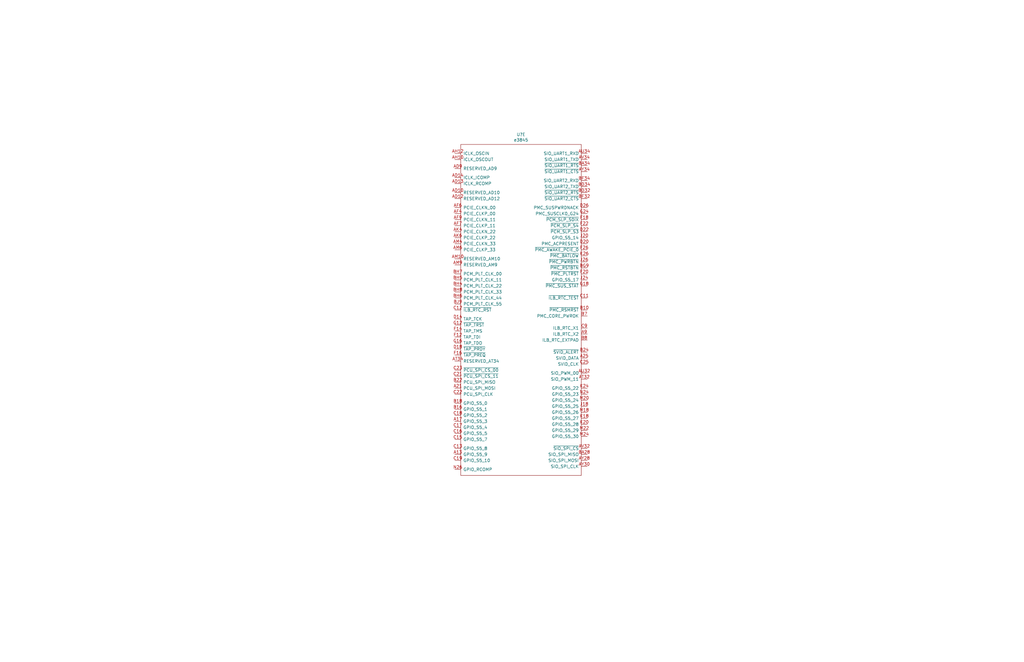
<source format=kicad_sch>
(kicad_sch (version 20231120) (generator "eeschema") (generator_version "8.0")
  (paper "B")
  (lib_symbols
    (symbol "intel_cpu:e3845" (pin_names (offset 1.016))
      (property "Reference" "U" (at 0 -1.27 0))
      (property "Value" "e3845" (at 0 -154.94 0))
      (symbol "e3845_1_1"
        (pin bidirectional line (at 22.86 -39.37 180) (length 2.54) (name "DRAM0_DQ_1313") (number "A33"))
        (pin bidirectional line (at 22.86 -34.29 180) (length 2.54) (name "DRAM0_DQ_1111") (number "A37"))
        (pin bidirectional line (at 22.86 -64.77 180) (length 2.54) (name "DRAM0_DQ_2424") (number "A41"))
        (pin bidirectional line (at 22.86 -69.85 180) (length 2.54) (name "DRAM0_DQ_2626") (number "A45"))
        (pin bidirectional line (at 22.86 -204.47 180) (length 2.54) (name "DRAM0_DQSN_77") (number "AA51"))
        (pin bidirectional line (at 22.86 -123.19 180) (length 2.54) (name "DARM0_DQ_4747") (number "AB40"))
        (pin input line (at -26.67 -148.59 0) (length 2.54) (name "DRAM_CORE_PWROK") (number "AB42"))
        (pin bidirectional line (at 22.86 -140.97 180) (length 2.54) (name "DRAM0_DQ_5454") (number "AB44"))
        (pin bidirectional line (at 22.86 -201.93 180) (length 2.54) (name "DRAM0_DQSP_77") (number "AB52"))
        (pin bidirectional line (at 22.86 -153.67 180) (length 2.54) (name "DRAM0_DQ_5959") (number "AC51"))
        (pin bidirectional line (at 22.86 -151.13 180) (length 2.54) (name "DRAM0_DQ_5858") (number "AC53"))
        (pin output line (at -25.4 -167.64 0) (length 2.54) (name "RESERVED_AD40") (number "AD40"))
        (pin output line (at -25.4 -170.18 0) (length 2.54) (name "RESERVED_AD41") (number "AD41"))
        (pin input line (at -26.67 -146.05 0) (length 2.54) (name "DRAM_VDD_S4_PWROK") (number "AD42"))
        (pin output line (at -25.4 -152.4 0) (length 2.54) (name "DRAM_RCOMP_00") (number "AD44"))
        (pin output line (at -25.4 -157.48 0) (length 2.54) (name "DRAM_RCOMP_22") (number "AD45"))
        (pin bidirectional line (at 22.86 -130.81 180) (length 2.54) (name "DRAM0_DQ_5050") (number "AD48"))
        (pin bidirectional line (at 22.86 -133.35 180) (length 2.54) (name "DRAM0_DQ_5151") (number "AD50"))
        (pin bidirectional line (at 22.86 -161.29 180) (length 2.54) (name "DRAM0_DQ_6262") (number "AD52"))
        (pin output line (at -25.4 -162.56 0) (length 2.54) (name "RESERVED_AF40") (number "AF40"))
        (pin output line (at -25.4 -165.1 0) (length 2.54) (name "RESERVED_AF41") (number "AF41"))
        (pin output line (at -26.67 -140.97 0) (length 2.54) (name "ICLK_DRAM_TERMN_AF42") (number "AF42"))
        (pin input line (at -25.4 -133.35 0) (length 2.54) (name "DRAM_VREF") (number "AF44"))
        (pin output line (at -25.4 -154.94 0) (length 2.54) (name "DRAM_RCOMP_11") (number "AF45"))
        (pin output line (at -26.67 -138.43 0) (length 2.54) (name "ICLK_DRAM_TERM_1") (number "AH42"))
        (pin bidirectional line (at 22.86 -26.67 180) (length 2.54) (name "DRAM0_DQ_88") (number "B32"))
        (pin bidirectional line (at 22.86 -173.99 180) (length 2.54) (name "DRAM0_DQSN_11") (number "B34"))
        (pin output line (at -25.4 -52.07 0) (length 2.54) (name "DRAM0_DM_11") (number "B36"))
        (pin bidirectional line (at 22.86 -44.45 180) (length 2.54) (name "DRAM0_DQ_1515") (number "B38"))
        (pin bidirectional line (at 22.86 -77.47 180) (length 2.54) (name "DRAM0_DQ_2929") (number "B40"))
        (pin output line (at -25.4 -57.15 0) (length 2.54) (name "DRAM0_DM_33") (number "B42"))
        (pin bidirectional line (at 22.86 -181.61 180) (length 2.54) (name "DRAM0_DQSP_33") (number "B44"))
        (pin bidirectional line (at 22.86 -72.39 180) (length 2.54) (name "DRAM0_DQ_2727") (number "B46"))
        (pin bidirectional line (at 22.86 -82.55 180) (length 2.54) (name "DRAM0_DQ_3131") (number "B47"))
        (pin bidirectional line (at 22.86 -80.01 180) (length 2.54) (name "DRAM0_DQ_3030") (number "B48"))
        (pin output line (at -25.4 -41.91 0) (length 2.54) (name "DRAM0_MA_1414") (number "B49"))
        (pin output line (at -25.4 -44.45 0) (length 2.54) (name "DRAM0_MA_1515") (number "B50"))
        (pin bidirectional line (at 22.86 -29.21 180) (length 2.54) (name "DRAM0_DQ09_C32") (number "C32"))
        (pin bidirectional line (at 22.86 -36.83 180) (length 2.54) (name "DRAM0_DQ_1212") (number "C33"))
        (pin bidirectional line (at 22.86 -171.45 180) (length 2.54) (name "DRAM0_DQSP_11") (number "C35"))
        (pin bidirectional line (at 22.86 -31.75 180) (length 2.54) (name "DRAM0_DQ_1010") (number "C36"))
        (pin bidirectional line (at 22.86 -41.91 180) (length 2.54) (name "DRAM0_DQ_1414") (number "C37"))
        (pin bidirectional line (at 22.86 -57.15 180) (length 2.54) (name "DRAM0_DQ_2121") (number "C38"))
        (pin bidirectional line (at 22.86 -74.93 180) (length 2.54) (name "DRAM0_DQ_2828") (number "C40"))
        (pin bidirectional line (at 22.86 -67.31 180) (length 2.54) (name "DRAM0_DQ_2525") (number "C41"))
        (pin bidirectional line (at 22.86 -184.15 180) (length 2.54) (name "DRAM0_DQSN_33") (number "C43"))
        (pin output line (at -25.4 -99.06 0) (length 2.54) (name "DRAM0_CKE_00") (number "C47"))
        (pin bidirectional line (at 22.86 -176.53 180) (length 2.54) (name "DRAM0_DQSP_22") (number "D40"))
        (pin bidirectional line (at 22.86 -62.23 180) (length 2.54) (name "DRAM0_DQ_2323") (number "D42"))
        (pin output line (at -25.4 -101.6 0) (length 2.54) (name "RESERVED_D48") (number "D48"))
        (pin output line (at -25.4 -24.13 0) (length 2.54) (name "DRAM0_MA_77") (number "D50"))
        (pin output line (at -25.4 -87.63 0) (length 2.54) (name "DRAM0_BS_22") (number "D52"))
        (pin output line (at -25.4 -106.68 0) (length 2.54) (name "RESERVED_E46") (number "E46"))
        (pin output line (at -25.4 -34.29 0) (length 2.54) (name "DRAM0_MA_1111") (number "E51"))
        (pin output line (at -25.4 -29.21 0) (length 2.54) (name "DRAM0_MA_99") (number "E52"))
        (pin bidirectional line (at 22.86 -46.99 180) (length 2.54) (name "DRAM0_DQ_1616") (number "F36"))
        (pin output line (at -25.4 -54.61 0) (length 2.54) (name "DRAM0_DM_22") (number "F38"))
        (pin bidirectional line (at 22.86 -179.07 180) (length 2.54) (name "DRAM0_DQSN_22") (number "F40"))
        (pin bidirectional line (at 22.86 -52.07 180) (length 2.54) (name "DRAM0_DQ_1919") (number "F42"))
        (pin output line (at -25.4 -104.14 0) (length 2.54) (name "DRAM0_CKE_22") (number "F44"))
        (pin output line (at -25.4 -36.83 0) (length 2.54) (name "DRAM0_MA_1212") (number "F47"))
        (pin output line (at -25.4 -49.53 0) (length 2.54) (name "DRAM0_DM_00") (number "G36"))
        (pin bidirectional line (at 22.86 -49.53 180) (length 2.54) (name "DRAM0_DQ_1717") (number "G38"))
        (pin bidirectional line (at 22.86 -54.61 180) (length 2.54) (name "DRAM0_DQ_2020") (number "G40"))
        (pin bidirectional line (at 22.86 -59.69 180) (length 2.54) (name "DRAM0_DQ_2222") (number "G44"))
        (pin output line (at -25.4 -26.67 0) (length 2.54) (name "DRAM0_MA_88") (number "G52"))
        (pin output line (at -25.4 -19.05 0) (length 2.54) (name "DRAM0_MA_55") (number "G53"))
        (pin output line (at -25.4 -13.97 0) (length 2.54) (name "DRAM0_MA_33") (number "H44"))
        (pin output line (at -25.4 -8.89 0) (length 2.54) (name "DRAM0_MA_11") (number "H47"))
        (pin output line (at -25.4 -21.59 0) (length 2.54) (name "DRAM0_MA_66") (number "H49"))
        (pin output line (at -25.4 -16.51 0) (length 2.54) (name "DRAM0_MA_44") (number "H50"))
        (pin output line (at -25.4 -77.47 0) (length 2.54) (name "~{DRAM0_WE}") (number "H51"))
        (pin bidirectional line (at 22.86 -8.89 180) (length 2.54) (name "DRAM0_DQ_11") (number "J36"))
        (pin bidirectional line (at 22.86 -166.37 180) (length 2.54) (name "DRAM0_DQSP_00") (number "J38"))
        (pin output line (at -25.4 -39.37 0) (length 2.54) (name "DRAM0_MA_1313") (number "J51"))
        (pin bidirectional line (at 22.86 -168.91 180) (length 2.54) (name "DRAM0_DQSN_00") (number "K38"))
        (pin bidirectional line (at 22.86 -21.59 180) (length 2.54) (name "DRAM0_DQ_66") (number "K40"))
        (pin bidirectional line (at 22.86 -24.13 180) (length 2.54) (name "DRAM0_DQ_77") (number "K42"))
        (pin output line (at -25.4 -85.09 0) (length 2.54) (name "DRAM0_BS_11") (number "K44"))
        (pin output line (at -25.4 -6.35 0) (length 2.54) (name "DRAM0_MA_00") (number "K45"))
        (pin output line (at -25.4 -82.55 0) (length 2.54) (name "DRAM0_BS_00") (number "K47"))
        (pin output line (at -25.4 -31.75 0) (length 2.54) (name "DRAM0_MA_1010") (number "K48"))
        (pin bidirectional line (at 22.86 -87.63 180) (length 2.54) (name "DRAM0_DQ_3333") (number "K51"))
        (pin bidirectional line (at 22.86 -85.09 180) (length 2.54) (name "DRAM0_DQ_3232") (number "K52"))
        (pin output line (at -25.4 -11.43 0) (length 2.54) (name "DRAM0_MA_22") (number "L41"))
        (pin bidirectional line (at 22.86 -95.25 180) (length 2.54) (name "DRAM0_DQ_3636") (number "L51"))
        (pin bidirectional line (at 22.86 -97.79 180) (length 2.54) (name "DRAM0_DQ_3737") (number "L53"))
        (pin bidirectional line (at 22.86 -6.35 180) (length 2.54) (name "DRAM0_DQ_00") (number "M36"))
        (pin bidirectional line (at 22.86 -13.97 180) (length 2.54) (name "DRAM0_DQ_33") (number "M40"))
        (pin output line (at -25.4 -74.93 0) (length 2.54) (name "~{DRAM0_CAS}") (number "M44"))
        (pin output line (at -25.4 -72.39 0) (length 2.54) (name "~{DRAM0_RAS}") (number "M45"))
        (pin output line (at -25.4 -119.38 0) (length 2.54) (name "DRAM0_CKN_0") (number "M48"))
        (pin output line (at -25.4 -116.84 0) (length 2.54) (name "DRAM0_CKP_0") (number "M50"))
        (pin bidirectional line (at 22.86 -189.23 180) (length 2.54) (name "DRAM0_DQSN_44") (number "M52"))
        (pin bidirectional line (at 22.86 -19.05 180) (length 2.54) (name "DRAM0_DQ_55") (number "N36"))
        (pin bidirectional line (at 22.86 -186.69 180) (length 2.54) (name "DRAM0_DQSP_44") (number "N53"))
        (pin bidirectional line (at 22.86 -16.51 180) (length 2.54) (name "DRAM0_DQ_44") (number "P36"))
        (pin bidirectional line (at 22.86 -11.43 180) (length 2.54) (name "DRAM0_DQ_22") (number "P40"))
        (pin output line (at -25.4 -129.54 0) (length 2.54) (name "~{DRAM0_DRAMRST}") (number "P41"))
        (pin output line (at -25.4 -113.03 0) (length 2.54) (name "DRAM0_ODT_2") (number "P42"))
        (pin output line (at -25.4 -92.71 0) (length 2.54) (name "~{DRAM0_CS_0}") (number "P44"))
        (pin output line (at -25.4 -95.25 0) (length 2.54) (name "~{DRAM0_CS_2}") (number "P45"))
        (pin output line (at -25.4 -125.73 0) (length 2.54) (name "DRAM0_CKN_2") (number "P48"))
        (pin output line (at -25.4 -123.19 0) (length 2.54) (name "DRAM0_CKP_2") (number "P50"))
        (pin output line (at -25.4 -59.69 0) (length 2.54) (name "DRAM0_DM_44") (number "P51"))
        (pin bidirectional line (at 22.86 -100.33 180) (length 2.54) (name "DRAM0_DQ_3838") (number "R51"))
        (pin bidirectional line (at 22.86 -102.87 180) (length 2.54) (name "DRAM0_DQ_3939") (number "R53"))
        (pin output line (at -25.4 -110.49 0) (length 2.54) (name "DRAM0_ODT_0") (number "T41"))
        (pin bidirectional line (at 22.86 -191.77 180) (length 2.54) (name "DRAM0_DQSP_55") (number "T42"))
        (pin bidirectional line (at 22.86 -194.31 180) (length 2.54) (name "DRAM0_DQSN_55") (number "T44"))
        (pin bidirectional line (at 22.86 -107.95 180) (length 2.54) (name "DRAM0_DQ_4141") (number "T45"))
        (pin bidirectional line (at 22.86 -105.41 180) (length 2.54) (name "DRAM0_DQ_4040") (number "T47"))
        (pin bidirectional line (at 22.86 -115.57 180) (length 2.54) (name "DRAM0_DQ_4444") (number "T48"))
        (pin bidirectional line (at 22.86 -118.11 180) (length 2.54) (name "DRAM0_DQ_4545") (number "T50"))
        (pin bidirectional line (at 22.86 -92.71 180) (length 2.54) (name "DRAM0_DQ_3535") (number "T51"))
        (pin bidirectional line (at 22.86 -90.17 180) (length 2.54) (name "DRAM0_DQ_3434") (number "T52"))
        (pin bidirectional line (at 22.86 -113.03 180) (length 2.54) (name "DRAM0_DQ_4343") (number "V41"))
        (pin output line (at -25.4 -62.23 0) (length 2.54) (name "DRAM0_DM_55") (number "V42"))
        (pin bidirectional line (at 22.86 -125.73 180) (length 2.54) (name "DRAM0_DQ_4848") (number "V45"))
        (pin bidirectional line (at 22.86 -128.27 180) (length 2.54) (name "DRAM0_DQ_4949") (number "V47"))
        (pin bidirectional line (at 22.86 -135.89 180) (length 2.54) (name "DRAM0_DQ_5252") (number "V48"))
        (pin bidirectional line (at 22.86 -138.43 180) (length 2.54) (name "DRAM0_DQ_5353") (number "V50"))
        (pin bidirectional line (at 22.86 -146.05 180) (length 2.54) (name "DRAM0_DQ_5656") (number "V52"))
        (pin bidirectional line (at 22.86 -148.59 180) (length 2.54) (name "DRAM0_DQ_5757") (number "W51"))
        (pin bidirectional line (at 22.86 -156.21 180) (length 2.54) (name "DRAM0_DQ_6060") (number "W53"))
        (pin bidirectional line (at 22.86 -110.49 180) (length 2.54) (name "DRAM0_DQ_4242") (number "Y40"))
        (pin bidirectional line (at 22.86 -120.65 180) (length 2.54) (name "DRAM0_DQ_4646") (number "Y42"))
        (pin bidirectional line (at 22.86 -143.51 180) (length 2.54) (name "DRAM0_DQ_5555") (number "Y45"))
        (pin bidirectional line (at 22.86 -196.85 180) (length 2.54) (name "DRAM0_DQSP_66") (number "Y47"))
        (pin bidirectional line (at 22.86 -199.39 180) (length 2.54) (name "DRAM0_DQSN_66") (number "Y48"))
        (pin output line (at -25.4 -64.77 0) (length 2.54) (name "DRAM0_DM_66") (number "Y50"))
        (pin bidirectional line (at 22.86 -158.75 180) (length 2.54) (name "DRAM0_DQ_6161") (number "Y51"))
        (pin output line (at -25.4 -67.31 0) (length 2.54) (name "DRAM0_DM_77") (number "Y52"))
      )
      (symbol "e3845_2_1"
        (pin bidirectional line (at 26.67 -133.35 180) (length 2.54) (name "DRAM1_DQ_5050") (number "AF48"))
        (pin bidirectional line (at 26.67 -135.89 180) (length 2.54) (name "DRAM1_DQ_5151") (number "AF50"))
        (pin bidirectional line (at 26.67 -166.37 180) (length 2.54) (name "DRAM1_DQ_6363") (number "AF51"))
        (pin bidirectional line (at 26.67 -163.83 180) (length 2.54) (name "DRAM1_DQ_6262") (number "AF52"))
        (pin bidirectional line (at 26.67 -156.21 180) (length 2.54) (name "DRAM1_DQ_5959") (number "AG51"))
        (pin bidirectional line (at 26.67 -153.67 180) (length 2.54) (name "DRAM1_DQ_5858") (number "AG53"))
        (pin bidirectional line (at 26.67 -125.73 180) (length 2.54) (name "DRAM1_DQ_4747") (number "AH40"))
        (pin bidirectional line (at 26.67 -143.51 180) (length 2.54) (name "DRAM1_DQ_5454") (number "AH44"))
        (pin bidirectional line (at 26.67 -207.01 180) (length 2.54) (name "DRAM1_DQSP_77") (number "AH52"))
        (pin bidirectional line (at 26.67 -209.55 180) (length 2.54) (name "DRAM1_DQSN_77") (number "AJ51"))
        (pin bidirectional line (at 26.67 -113.03 180) (length 2.54) (name "DRAM1_DQ_4242") (number "AK40"))
        (pin bidirectional line (at 26.67 -123.19 180) (length 2.54) (name "DRAM1_DQ_4646") (number "AK42"))
        (pin bidirectional line (at 26.67 -146.05 180) (length 2.54) (name "DRAM1_DQ_5555") (number "AK45"))
        (pin bidirectional line (at 26.67 -201.93 180) (length 2.54) (name "DRAM1_DQSP_66") (number "AK47"))
        (pin bidirectional line (at 26.67 -204.47 180) (length 2.54) (name "DRAM1_DQSN_66") (number "AK48"))
        (pin output line (at -33.02 -64.77 0) (length 2.54) (name "DRAM1_DM_66") (number "AK50"))
        (pin bidirectional line (at 26.67 -161.29 180) (length 2.54) (name "DRAM1_DQ_6161") (number "AK51"))
        (pin output line (at -33.02 -67.31 0) (length 2.54) (name "DRAM1_DM_77") (number "AK52"))
        (pin bidirectional line (at 26.67 -151.13 180) (length 2.54) (name "DRAM1_DQ_5757") (number "AL51"))
        (pin bidirectional line (at 26.67 -158.75 180) (length 2.54) (name "DRAM1_DQ_6060") (number "AL53"))
        (pin bidirectional line (at 26.67 -115.57 180) (length 2.54) (name "DRAM1_DQ_4343") (number "AM41"))
        (pin output line (at -33.02 -62.23 0) (length 2.54) (name "DRAM1_DM_55") (number "AM42"))
        (pin bidirectional line (at 26.67 -128.27 180) (length 2.54) (name "DRAM1_DQ_4848") (number "AM45"))
        (pin bidirectional line (at 26.67 -130.81 180) (length 2.54) (name "DRAM1_DQ_4949") (number "AM47"))
        (pin bidirectional line (at 26.67 -138.43 180) (length 2.54) (name "DRAM1_DQ_5252") (number "AM48"))
        (pin bidirectional line (at 26.67 -140.97 180) (length 2.54) (name "DRAM1_DQ_5353") (number "AM50"))
        (pin bidirectional line (at 26.67 -148.59 180) (length 2.54) (name "DRAM1_DQ_5656") (number "AM52"))
        (pin output line (at -33.02 -110.49 0) (length 2.54) (name "DRAM1_ODT_0") (number "AP41"))
        (pin bidirectional line (at 26.67 -196.85 180) (length 2.54) (name "DRAM1_DQSP_55") (number "AP42"))
        (pin bidirectional line (at 26.67 -199.39 180) (length 2.54) (name "DRAM1_DQSN_55") (number "AP44"))
        (pin bidirectional line (at 26.67 -110.49 180) (length 2.54) (name "DRAM1_DQ_4141") (number "AP45"))
        (pin bidirectional line (at 26.67 -107.95 180) (length 2.54) (name "DRAM1_DQ_4040") (number "AP47"))
        (pin bidirectional line (at 26.67 -118.11 180) (length 2.54) (name "DRAM1_DQ_4444") (number "AP48"))
        (pin bidirectional line (at 26.67 -120.65 180) (length 2.54) (name "DRAM1_DQ_4545") (number "AP50"))
        (pin bidirectional line (at 26.67 -95.25 180) (length 2.54) (name "DRAM1_DQ_3535") (number "AP51"))
        (pin bidirectional line (at 26.67 -92.71 180) (length 2.54) (name "DRAM1_DQ_3434") (number "AP52"))
        (pin bidirectional line (at 26.67 -102.87 180) (length 2.54) (name "DRAM1_DQ_3838") (number "AR51"))
        (pin bidirectional line (at 26.67 -105.41 180) (length 2.54) (name "DRAM1_DQ_3939") (number "AR53"))
        (pin bidirectional line (at 26.67 -49.53 180) (length 2.54) (name "DRAM1_DQ_1717") (number "AT36"))
        (pin bidirectional line (at 26.67 -54.61 180) (length 2.54) (name "DRAM1_DQ_1919") (number "AT40"))
        (pin output line (at -33.02 -129.54 0) (length 2.54) (name "~{DRAM1_DRAMRST}") (number "AT41"))
        (pin output line (at -33.02 -113.03 0) (length 2.54) (name "DRAM1_ODT_2") (number "AT42"))
        (pin output line (at -33.02 -91.44 0) (length 2.54) (name "~{DRAM1_CS_0}") (number "AT44"))
        (pin output line (at -33.02 -95.25 0) (length 2.54) (name "~{DRAM1_CS_2}") (number "AT45"))
        (pin output line (at -33.02 -125.73 0) (length 2.54) (name "DRAM1_CKN_2") (number "AT48"))
        (pin output line (at -33.02 -123.19 0) (length 2.54) (name "DRAM1_CKP_2") (number "AT50"))
        (pin output line (at -33.02 -59.69 0) (length 2.54) (name "DRAM1_DM_44") (number "AT51"))
        (pin bidirectional line (at 26.67 -46.99 180) (length 2.54) (name "DRAM1_DQ_1616") (number "AU36"))
        (pin bidirectional line (at 26.67 -191.77 180) (length 2.54) (name "DRAM1_DQSP_44") (number "AU53"))
        (pin bidirectional line (at 26.67 -59.69 180) (length 2.54) (name "DRAM1_DQ_2121") (number "AV36"))
        (pin bidirectional line (at 26.67 -52.07 180) (length 2.54) (name "DRAM1_DQ_1818") (number "AV40"))
        (pin output line (at -33.02 -74.93 0) (length 2.54) (name "~{DRAM1_CAS}") (number "AV44"))
        (pin output line (at -33.02 -72.39 0) (length 2.54) (name "~{DRAM1_RAS}") (number "AV45"))
        (pin output line (at -33.02 -119.38 0) (length 2.54) (name "DRAM1_CKN_0") (number "AV48"))
        (pin output line (at -33.02 -116.84 0) (length 2.54) (name "DRAM1_CKP_0") (number "AV50"))
        (pin bidirectional line (at 26.67 -194.31 180) (length 2.54) (name "DRAM1_DQSN_44") (number "AV53"))
        (pin output line (at -33.02 -11.43 0) (length 2.54) (name "DRAM1_MA_22") (number "AW41"))
        (pin bidirectional line (at 26.67 -97.79 180) (length 2.54) (name "DRAM1_DQ_3636") (number "AW51"))
        (pin bidirectional line (at 26.67 -100.33 180) (length 2.54) (name "DRAM1_DQ_3737") (number "AW53"))
        (pin bidirectional line (at 26.67 -184.15 180) (length 2.54) (name "DRAM1_DQSN_22") (number "AY38"))
        (pin bidirectional line (at 26.67 -64.77 180) (length 2.54) (name "DRAM1_DQ_2323") (number "AY40"))
        (pin bidirectional line (at 26.67 -62.23 180) (length 2.54) (name "DRAM1_DQ_2222") (number "AY42"))
        (pin output line (at -33.02 -85.09 0) (length 2.54) (name "DRAM1_BS_11") (number "AY44"))
        (pin output line (at -33.02 -6.35 0) (length 2.54) (name "DRAM1_MA_00") (number "AY45"))
        (pin output line (at -33.02 -82.55 0) (length 2.54) (name "DRAM1_BS_00") (number "AY47"))
        (pin output line (at -33.02 -31.75 0) (length 2.54) (name "DRAM1_MA_1010") (number "AY48"))
        (pin bidirectional line (at 26.67 -90.17 180) (length 2.54) (name "DRAM1_DQ_3333") (number "AY51"))
        (pin bidirectional line (at 26.67 -87.63 180) (length 2.54) (name "DRAM1_DQ_3232") (number "AY52"))
        (pin bidirectional line (at 26.67 -57.15 180) (length 2.54) (name "DRAM1_DQ_2020") (number "BA36"))
        (pin bidirectional line (at 26.67 -181.61 180) (length 2.54) (name "DRAM1_DQSP_22") (number "BA38"))
        (pin bidirectional line (at 26.67 -11.43 180) (length 2.54) (name "DRAM1_DQ_22") (number "BA42"))
        (pin output line (at -33.02 -39.37 0) (length 2.54) (name "DRAM1_MA_1313") (number "BA51"))
        (pin output line (at -33.02 -13.97 0) (length 2.54) (name "DRAM1_MA_33") (number "BB44"))
        (pin output line (at -33.02 -8.89 0) (length 2.54) (name "DRAM1_MA_11") (number "BB47"))
        (pin output line (at -33.02 -21.59 0) (length 2.54) (name "DRAM1_MA_66") (number "BB49"))
        (pin output line (at -33.02 -16.51 0) (length 2.54) (name "DRAM1_MA_44") (number "BB50"))
        (pin output line (at -33.02 -77.47 0) (length 2.54) (name "~{DRAM1_WE}") (number "BB51"))
        (pin output line (at -33.02 -54.61 0) (length 2.54) (name "DRAM1_DM_22") (number "BC36"))
        (pin bidirectional line (at 26.67 -16.51 180) (length 2.54) (name "DRAM1_DQ_44") (number "BC38"))
        (pin bidirectional line (at 26.67 -8.89 180) (length 2.54) (name "DRAM1_DQ_11") (number "BC40"))
        (pin bidirectional line (at 26.67 -24.13 180) (length 2.54) (name "DRAM1_DQ_77") (number "BC44"))
        (pin output line (at -33.02 -26.67 0) (length 2.54) (name "DRAM1_MA_88") (number "BC52"))
        (pin output line (at -33.02 -19.05 0) (length 2.54) (name "DRAM1_MA_55") (number "BC53"))
        (pin bidirectional line (at 26.67 -19.05 180) (length 2.54) (name "DRAM1_DQ_55") (number "BD36"))
        (pin output line (at -33.02 -49.53 0) (length 2.54) (name "DRAM1_DM_00") (number "BD38"))
        (pin bidirectional line (at 26.67 -173.99 180) (length 2.54) (name "DRAM1_DQSN_00") (number "BD40"))
        (pin bidirectional line (at 26.67 -13.97 180) (length 2.54) (name "DRAM1_DQ_33") (number "BD42"))
        (pin output line (at -33.02 -104.14 0) (length 2.54) (name "DRAM1_CKE_22") (number "BD44"))
        (pin output line (at -33.02 -36.83 0) (length 2.54) (name "DRAM1_MA_1212") (number "BD47"))
        (pin output line (at -33.02 -101.6 0) (length 2.54) (name "RESERVED_BE46") (number "BE46"))
        (pin output line (at -33.02 -34.29 0) (length 2.54) (name "DRAM1_MA_1111") (number "BE51"))
        (pin output line (at -33.02 -29.21 0) (length 2.54) (name "DRAM1_MA_99") (number "BE52"))
        (pin bidirectional line (at 26.67 -171.45 180) (length 2.54) (name "DRAM1_DQSP_00") (number "BF40"))
        (pin bidirectional line (at 26.67 -21.59 180) (length 2.54) (name "DRAM1_DQ_66") (number "BF42"))
        (pin output line (at -33.02 -106.68 0) (length 2.54) (name "RESERVED_BF48") (number "BF48"))
        (pin output line (at -33.02 -24.13 0) (length 2.54) (name "DRAM1_MA_77") (number "BF50"))
        (pin output line (at -33.02 -87.63 0) (length 2.54) (name "DRAM1_BS_22") (number "BF52"))
        (pin bidirectional line (at 26.67 -29.21 180) (length 2.54) (name "DRAM1_DQ_99") (number "BG32"))
        (pin bidirectional line (at 26.67 -36.83 180) (length 2.54) (name "DRAM1_DQ_1212") (number "BG33"))
        (pin bidirectional line (at 26.67 -176.53 180) (length 2.54) (name "DRAM1_DQSP_11") (number "BG35"))
        (pin bidirectional line (at 26.67 -31.75 180) (length 2.54) (name "DRAM1_DQ_1010") (number "BG36"))
        (pin bidirectional line (at 26.67 -41.91 180) (length 2.54) (name "DRAM1_DQ_1414") (number "BG37"))
        (pin bidirectional line (at 26.67 -6.35 180) (length 2.54) (name "DRAM1_DQ_00") (number "BG38"))
        (pin bidirectional line (at 26.67 -77.47 180) (length 2.54) (name "DRAM1_DQ_2828") (number "BG40"))
        (pin bidirectional line (at 26.67 -69.85 180) (length 2.54) (name "DRAM1_DQ_2525") (number "BG41"))
        (pin bidirectional line (at 26.67 -189.23 180) (length 2.54) (name "DRAM1_DQSN_33") (number "BG43"))
        (pin output line (at -33.02 -99.06 0) (length 2.54) (name "DRAM1_CKE_00") (number "BG47"))
        (pin bidirectional line (at 26.67 -26.67 180) (length 2.54) (name "DRAM1_DQ_88") (number "BH32"))
        (pin bidirectional line (at 26.67 -179.07 180) (length 2.54) (name "DRAM1_DQSN_11") (number "BH34"))
        (pin output line (at -33.02 -52.07 0) (length 2.54) (name "DRAM1_DM_11") (number "BH36"))
        (pin bidirectional line (at 26.67 -44.45 180) (length 2.54) (name "DRAM1_DQ_1515") (number "BH38"))
        (pin bidirectional line (at 26.67 -80.01 180) (length 2.54) (name "DRAM1_DQ_2929") (number "BH40"))
        (pin output line (at -33.02 -57.15 0) (length 2.54) (name "DRAM1_DM_33") (number "BH42"))
        (pin bidirectional line (at 26.67 -186.69 180) (length 2.54) (name "DRAM1_DQSP_33") (number "BH44"))
        (pin bidirectional line (at 26.67 -74.93 180) (length 2.54) (name "DRAM1_DQ_2727") (number "BH46"))
        (pin bidirectional line (at 26.67 -85.09 180) (length 2.54) (name "DRAM1_DQ_3131") (number "BH47"))
        (pin bidirectional line (at 26.67 -82.55 180) (length 2.54) (name "DRAM1_DQ_3030") (number "BH48"))
        (pin output line (at -33.02 -41.91 0) (length 2.54) (name "DRAM1_MA_1414") (number "BH49"))
        (pin output line (at -33.02 -44.45 0) (length 2.54) (name "DRAM1_MA_1515") (number "BH50"))
        (pin bidirectional line (at 26.67 -39.37 180) (length 2.54) (name "DRAM1_DQ_1313") (number "BJ33"))
        (pin bidirectional line (at 26.67 -34.29 180) (length 2.54) (name "DRAM1_DQ_1111") (number "BJ37"))
        (pin bidirectional line (at 26.67 -67.31 180) (length 2.54) (name "DRAM1_DQ_2424") (number "BJ41"))
        (pin bidirectional line (at 26.67 -72.39 180) (length 2.54) (name "DRAM1_DQ_2626") (number "BJ45"))
      )
      (symbol "e3845_3_1"
        (pin input line (at -25.4 -120.65 0) (length 2.54) (name "RESERVED_A29") (number "A29"))
        (pin input line (at 26.67 -102.87 180) (length 2.54) (name "RESERVED_AB12") (number "AB12"))
        (pin input line (at 26.67 -100.33 180) (length 2.54) (name "RESERVED_AB13") (number "AB13"))
        (pin input line (at -25.4 -125.73 0) (length 2.54) (name "RESERVED_AB14") (number "AB14"))
        (pin input line (at -25.4 -77.47 0) (length 2.54) (name "RESERVED_AB2") (number "AB2"))
        (pin input line (at -25.4 -74.93 0) (length 2.54) (name "RESERVED_AB3") (number "AB3"))
        (pin input line (at -25.4 -107.95 0) (length 2.54) (name "RESERVED_AB7") (number "AB7"))
        (pin input line (at -25.4 -105.41 0) (length 2.54) (name "RESERVED_AB9") (number "AB9"))
        (pin output line (at 26.67 -22.86 180) (length 2.54) (name "DDI1_TXN_3") (number "AC1"))
        (pin output line (at 26.67 -20.32 180) (length 2.54) (name "DDI1_TXP_3") (number "AC3"))
        (pin output line (at 26.67 -17.78 180) (length 2.54) (name "DDI1_TXN_2") (number "AD2"))
        (pin output line (at 26.67 -15.24 180) (length 2.54) (name "DDI1_TXP_2") (number "AD3"))
        (pin input line (at -25.4 -102.87 0) (length 2.54) (name "RESERVED_AD4") (number "AD4"))
        (pin input line (at -25.4 -100.33 0) (length 2.54) (name "RESERVED_AD6") (number "AD6"))
        (pin input line (at 26.67 -59.69 180) (length 2.54) (name "RESERVED_AF13") (number "AF13"))
        (pin input line (at 26.67 -57.15 180) (length 2.54) (name "RESERVED_AF14") (number "AF14"))
        (pin output line (at 26.67 -12.7 180) (length 2.54) (name "DDI1_TXN_1") (number "AF2"))
        (pin output line (at 26.67 -10.16 180) (length 2.54) (name "DDI1_TXP_1") (number "AF3"))
        (pin output line (at 26.67 -7.62 180) (length 2.54) (name "DDI1_TXN_0") (number "AG1"))
        (pin output line (at 26.67 -5.08 180) (length 2.54) (name "DDI1_TXP_0") (number "AG3"))
        (pin input line (at 26.67 -54.61 180) (length 2.54) (name "RESERVED_AH13") (number "AH13"))
        (pin input line (at 26.67 -52.07 180) (length 2.54) (name "RESERVED_AH14") (number "AH14"))
        (pin input line (at 26.67 -64.77 180) (length 2.54) (name "RESERVED_VSS3") (number "AH2"))
        (pin input line (at 26.67 -62.23 180) (length 2.54) (name "RESERVED_VSS2") (number "AH3"))
        (pin input line (at -25.4 -54.61 0) (length 2.54) (name "DDI0_RCOMP_P") (number "AK12"))
        (pin input line (at -25.4 -52.07 0) (length 2.54) (name "~{DDI0_RCOMP}") (number "AK13"))
        (pin bidirectional line (at 26.67 -29.21 180) (length 2.54) (name "DDI1_AUXN") (number "AK2"))
        (pin bidirectional line (at 26.67 -26.67 180) (length 2.54) (name "DDI1_AUXP") (number "AK3"))
        (pin bidirectional line (at -25.4 -29.21 0) (length 2.54) (name "DDI0_AUXN") (number "AL1"))
        (pin bidirectional line (at -25.4 -26.67 0) (length 2.54) (name "DDI0_AUXP") (number "AL3"))
        (pin input line (at -25.4 -59.69 0) (length 2.54) (name "RESERVED_AM13") (number "AM13"))
        (pin input line (at -25.4 -57.15 0) (length 2.54) (name "RESERVED_AM14") (number "AM14"))
        (pin input line (at -25.4 -64.77 0) (length 2.54) (name "RESERVED_VSS1") (number "AM2"))
        (pin input line (at -25.4 -62.23 0) (length 2.54) (name "RESERVED_VSS0") (number "AM3"))
        (pin output line (at -25.4 -22.86 0) (length 2.54) (name "DDI0_TXN_3") (number "AP2"))
        (pin output line (at -25.4 -20.32 0) (length 2.54) (name "DDI0_TXP_3") (number "AP3"))
        (pin output line (at -25.4 -17.78 0) (length 2.54) (name "DDI0_TXN_2") (number "AR1"))
        (pin output line (at -25.4 -15.24 0) (length 2.54) (name "DDI0_TXP_2") (number "AR3"))
        (pin output line (at -25.4 -10.16 0) (length 2.54) (name "DDI0_TXP_1") (number "AT2"))
        (pin output line (at -25.4 -12.7 0) (length 2.54) (name "DDI0_TXN_1") (number "AT3"))
        (pin output line (at -25.4 -7.62 0) (length 2.54) (name "DDI0_TXN_0") (number "AV2"))
        (pin output line (at -25.4 -5.08 0) (length 2.54) (name "DDI0_TXP_0") (number "AV3"))
        (pin input line (at 26.67 -76.2 180) (length 2.54) (name "VGA_IREF") (number "AW1"))
        (pin output line (at 26.67 -71.12 180) (length 2.54) (name "VGA_BLUE") (number "AY2"))
        (pin input line (at 26.67 -78.74 180) (length 2.54) (name "VGA_IRTN") (number "AY3"))
        (pin output line (at -25.4 -48.26 0) (length 2.54) (name "DDI0_BKLTCTL") (number "B26"))
        (pin output line (at -25.4 -43.18 0) (length 2.54) (name "DDI0_VDDEN") (number "B28"))
        (pin input line (at -25.4 -128.27 0) (length 2.54) (name "GPIO_S0_NC12") (number "B30"))
        (pin output line (at 26.67 -73.66 180) (length 2.54) (name "VGA_GREEN") (number "BA1"))
        (pin output line (at 26.67 -68.58 180) (length 2.54) (name "VGA_RED") (number "BA3"))
        (pin bidirectional line (at 26.67 -88.9 180) (length 2.54) (name "VGA_DDCCLK") (number "BC1"))
        (pin bidirectional line (at 26.67 -91.44 180) (length 2.54) (name "VGA_DDCDATA") (number "BC2"))
        (pin output line (at 26.67 -82.55 180) (length 2.54) (name "VGA_HSYNC") (number "BD2"))
        (pin output line (at 26.67 -85.09 180) (length 2.54) (name "VGA_VSYNC") (number "BF2"))
        (pin bidirectional line (at -25.4 -36.83 0) (length 2.54) (name "DDI0_DDCDATA") (number "C26"))
        (pin output line (at -25.4 -45.72 0) (length 2.54) (name "DDI0_BKLTEN") (number "C27"))
        (pin input line (at -25.4 -39.37 0) (length 2.54) (name "DDI0_DDCCLK") (number "C28"))
        (pin input line (at -25.4 -123.19 0) (length 2.54) (name "RESERVED_C29") (number "C29"))
        (pin input line (at -25.4 -130.81 0) (length 2.54) (name "RESERVED_C30") (number "C30"))
        (pin input line (at -25.4 -33.02 0) (length 2.54) (name "DDI0_HPD") (number "D27"))
        (pin input line (at 26.67 -162.56 180) (length 2.54) (name "RESERVED_D28") (number "D28"))
        (pin input line (at 26.67 -142.24 180) (length 2.54) (name "RESERVED_D32") (number "D32"))
        (pin input line (at 26.67 -157.48 180) (length 2.54) (name "RESERVED_D34") (number "D34"))
        (pin input line (at 26.67 -152.4 180) (length 2.54) (name "RESERVED_F28") (number "F28"))
        (pin input line (at 26.67 -154.94 180) (length 2.54) (name "RESERVED_F32") (number "F32"))
        (pin input line (at 26.67 -167.64 180) (length 2.54) (name "RESERVED_F34") (number "F34"))
        (pin bidirectional line (at 26.67 -39.37 180) (length 2.54) (name "DDI1_DDCCLK") (number "G30"))
        (pin input line (at 26.67 -160.02 180) (length 2.54) (name "RESERVED_J28") (number "J28"))
        (pin output line (at 26.67 -45.72 180) (length 2.54) (name "DDI1_BKLTEN") (number "J30"))
        (pin input line (at 26.67 -147.32 180) (length 2.54) (name "RESERVED_J34") (number "J34"))
        (pin input line (at 26.67 -149.86 180) (length 2.54) (name "RESERVED_K28") (number "K28"))
        (pin input line (at 26.67 -33.02 180) (length 2.54) (name "DDI1_HPD") (number "K30"))
        (pin input line (at 26.67 -139.7 180) (length 2.54) (name "RESERVED_K34") (number "K34"))
        (pin output line (at 26.67 -48.26 180) (length 2.54) (name "DDI1_BKLTCTL") (number "M30"))
        (pin input line (at 26.67 -165.1 180) (length 2.54) (name "RESERVED_M32") (number "M32"))
        (pin output line (at 26.67 -43.18 180) (length 2.54) (name "DDI1_VDDEN") (number "N30"))
        (pin input line (at 26.67 -144.78 180) (length 2.54) (name "RESERVED_N32") (number "N32"))
        (pin input line (at 26.67 -135.89 180) (length 2.54) (name "RESERVED_P14") (number "P14"))
        (pin bidirectional line (at 26.67 -36.83 180) (length 2.54) (name "DDI1_DDCDATA") (number "P30"))
        (pin input line (at -25.4 -97.79 0) (length 2.54) (name "RESERVED_R1") (number "R1"))
        (pin input line (at -25.4 -95.25 0) (length 2.54) (name "RESERVED_R3") (number "R3"))
        (pin input line (at 26.67 -118.11 180) (length 2.54) (name "RESERVED_T10") (number "T10"))
        (pin input line (at 26.67 -115.57 180) (length 2.54) (name "RESERVED_T12") (number "T12"))
        (pin input line (at 26.67 -128.27 180) (length 2.54) (name "RESERVED_T13") (number "T13"))
        (pin input line (at 26.67 -125.73 180) (length 2.54) (name "RESERVED_T14") (number "T14"))
        (pin input line (at -25.4 -69.85 0) (length 2.54) (name "RESERVED_T2") (number "T2"))
        (pin input line (at -25.4 -72.39 0) (length 2.54) (name "RESERVED_T3") (number "T3"))
        (pin input line (at 26.67 -133.35 180) (length 2.54) (name "RESERVED_T4") (number "T4"))
        (pin input line (at 26.67 -130.81 180) (length 2.54) (name "RESERVED_T6") (number "T6"))
        (pin input line (at 26.67 -95.25 180) (length 2.54) (name "RESERVED_T7") (number "T7"))
        (pin input line (at 26.67 -97.79 180) (length 2.54) (name "RESERVED_T9") (number "T9"))
        (pin input line (at 26.67 -110.49 180) (length 2.54) (name "RESERVED_V10") (number "V10"))
        (pin input line (at 26.67 -123.19 180) (length 2.54) (name "RESERVED_V13") (number "V13"))
        (pin input line (at 26.67 -120.65 180) (length 2.54) (name "RESERVED_V14") (number "V14"))
        (pin input line (at -25.4 -90.17 0) (length 2.54) (name "RESERVED_V2") (number "V2"))
        (pin input line (at -25.4 -92.71 0) (length 2.54) (name "RESERVED_V3") (number "V3"))
        (pin input line (at -25.4 -115.57 0) (length 2.54) (name "RESERVED_V4") (number "V4"))
        (pin input line (at -25.4 -118.11 0) (length 2.54) (name "RESERVED_V6") (number "V6"))
        (pin input line (at 26.67 -113.03 180) (length 2.54) (name "RESERVED_V9") (number "V9"))
        (pin input line (at -25.4 -87.63 0) (length 2.54) (name "RESERVED_W1") (number "W1"))
        (pin input line (at -25.4 -85.09 0) (length 2.54) (name "RESERVED_W3") (number "W3"))
        (pin input line (at 26.67 -105.41 180) (length 2.54) (name "RESERVED_Y12") (number "Y12"))
        (pin input line (at 26.67 -107.95 180) (length 2.54) (name "RESERVED_Y13") (number "Y13"))
        (pin input line (at -25.4 -82.55 0) (length 2.54) (name "RESERVED_Y2") (number "Y2"))
        (pin input line (at -25.4 -80.01 0) (length 2.54) (name "RESERVED_Y3") (number "Y3"))
        (pin input line (at -25.4 -110.49 0) (length 2.54) (name "RESERVED_Y4") (number "Y4"))
        (pin input line (at -25.4 -113.03 0) (length 2.54) (name "RESERVED_Y6") (number "Y6"))
      )
      (symbol "e3845_4_1"
        (pin input line (at 29.21 -142.24 180) (length 2.54) (name "RESERVED_AK7") (number "AK7"))
        (pin input line (at 29.21 -139.7 180) (length 2.54) (name "RESERVED_AK9") (number "AK9"))
        (pin input line (at 29.21 -44.45 180) (length 2.54) (name "PCIE_RXN_2") (number "AP10"))
        (pin input line (at 29.21 -41.91 180) (length 2.54) (name "PCIE_RXP_2") (number "AP12"))
        (pin input line (at 29.21 -83.82 180) (length 2.54) (name "PCIE_RCOMP_N_AP13_AP13") (number "AP13"))
        (pin input line (at 29.21 -81.28 180) (length 2.54) (name "PCIE_RCOMP_P_AP14_AP14") (number "AP14"))
        (pin output line (at 29.21 -48.26 180) (length 2.54) (name "PCIE_TXP_3") (number "AP6"))
        (pin input line (at 29.21 -57.15 180) (length 2.54) (name "PCIE_RXN_3") (number "AP7"))
        (pin output line (at 29.21 -50.8 180) (length 2.54) (name "PCIE_TXN_3") (number "AP7"))
        (pin input line (at 29.21 -54.61 180) (length 2.54) (name "PCIE_RXP_3") (number "AP9"))
        (pin input line (at 29.21 -29.21 180) (length 2.54) (name "PCIE_RXP_1") (number "AT10"))
        (pin input line (at 29.21 -19.05 180) (length 2.54) (name "PCIE_RXN_0") (number "AT13"))
        (pin input line (at 29.21 -16.51 180) (length 2.54) (name "PCIE_RXP_0") (number "AT14"))
        (pin bidirectional line (at -25.4 -60.96 0) (length 2.54) (name "MMC1_D3") (number "AT20"))
        (pin output line (at -25.4 -49.53 0) (length 2.54) (name "MMC1_CLK") (number "AT22"))
        (pin bidirectional line (at -25.4 -68.58 0) (length 2.54) (name "MCC1_D6") (number "AT26"))
        (pin bidirectional line (at -25.4 -104.14 0) (length 2.54) (name "SD3_D0") (number "AT28"))
        (pin output line (at 29.21 -38.1 180) (length 2.54) (name "PCIE_TXN_2") (number "AT6"))
        (pin output line (at 29.21 -35.56 180) (length 2.54) (name "PCIE_TXP_2") (number "AT7"))
        (pin input line (at 29.21 -31.75 180) (length 2.54) (name "PCIE_RXN_1") (number "AT9"))
        (pin input line (at -25.4 -15.24 0) (length 2.54) (name "SATA_RXP_0") (number "AU16"))
        (pin bidirectional line (at -25.4 -71.12 0) (length 2.54) (name "MCC1_D7") (number "AU20"))
        (pin bidirectional line (at -25.4 -55.88 0) (length 2.54) (name "MMC1_D1") (number "AU22"))
        (pin bidirectional line (at -25.4 -66.04 0) (length 2.54) (name "MCC1_D5") (number "AU26"))
        (pin bidirectional line (at -25.4 -109.22 0) (length 2.54) (name "SD3_D2") (number "AU28"))
        (pin input line (at 29.21 -92.71 180) (length 2.54) (name "RESERVED_AV10") (number "AV10"))
        (pin input line (at -25.4 -17.78 0) (length 2.54) (name "SATA_RXN_0") (number "AV16"))
        (pin bidirectional line (at -25.4 -53.34 0) (length 2.54) (name "MCC1_D0") (number "AV20"))
        (pin bidirectional line (at -25.4 -58.42 0) (length 2.54) (name "MMC1_D2") (number "AV22"))
        (pin bidirectional line (at -25.4 -74.93 0) (length 2.54) (name "MMC1_CMD") (number "AV26"))
        (pin bidirectional line (at -25.4 -116.84 0) (length 2.54) (name "SD3_CMD") (number "AV28"))
        (pin output line (at 29.21 -25.4 180) (length 2.54) (name "PCIE_TXN_1") (number "AV4"))
        (pin output line (at 29.21 -22.86 180) (length 2.54) (name "PCIE_TXP_1") (number "AV6"))
        (pin input line (at 29.21 -95.25 180) (length 2.54) (name "RESERVED_AV9") (number "AV9"))
        (pin output line (at -25.4 -45.72 0) (length 2.54) (name "~{SATA_LED}") (number "AY12"))
        (pin input line (at -25.4 -43.18 0) (length 2.54) (name "SATA_GP1") (number "AY14"))
        (pin input line (at -25.4 -27.94 0) (length 2.54) (name "SATA_RXP_1") (number "AY16"))
        (pin output line (at -25.4 -81.28 0) (length 2.54) (name "MMC1_RCOMP") (number "AY18"))
        (pin bidirectional line (at -25.4 -87.63 0) (length 2.54) (name "SD2_D0") (number "AY20"))
        (pin bidirectional line (at -25.4 -63.5 0) (length 2.54) (name "MMC1_D4") (number "AY24"))
        (pin output line (at -25.4 -101.6 0) (length 2.54) (name "SD3_CLK") (number "AY26"))
        (pin output line (at 29.21 -11.43 180) (length 2.54) (name "PCIE_TXN_0") (number "AY6"))
        (pin output line (at 29.21 -8.89 180) (length 2.54) (name "PCIE_TXP_0") (number "AY7"))
        (pin input line (at -25.4 -40.64 0) (length 2.54) (name "SATA_GP0") (number "BA12"))
        (pin input line (at -25.4 -30.48 0) (length 2.54) (name "SATA_RXN_1") (number "BA16"))
        (pin output line (at -25.4 -85.09 0) (length 2.54) (name "SD2_CLK") (number "BA18"))
        (pin bidirectional line (at -25.4 -92.71 0) (length 2.54) (name "SD2_D2") (number "BA20"))
        (pin output line (at -25.4 -77.47 0) (length 2.54) (name "MMC1_RST") (number "BA24"))
        (pin bidirectional line (at -25.4 -111.76 0) (length 2.54) (name "SD3_D3") (number "BA26"))
        (pin output line (at 29.21 -125.73 180) (length 2.54) (name "LPE_I2S2_FRM") (number "BA30"))
        (pin input line (at -25.4 -34.29 0) (length 2.54) (name "RESERVED_VSS4") (number "BB10"))
        (pin input line (at 29.21 -90.17 180) (length 2.54) (name "RESERVED_BB3") (number "BB3"))
        (pin input line (at 29.21 -87.63 180) (length 2.54) (name "RESERVED_BB4") (number "BB4"))
        (pin output line (at 29.21 -60.96 180) (length 2.54) (name "RESERVED_VSS6") (number "BB5"))
        (pin output line (at 29.21 -63.5 180) (length 2.54) (name "RESERVED_VSS7") (number "BB7"))
        (pin input line (at -25.4 -36.83 0) (length 2.54) (name "RESERVED_VSS5") (number "BC10"))
        (pin bidirectional line (at -25.4 -97.79 0) (length 2.54) (name "SD2_CMD") (number "BC18"))
        (pin input line (at -25.4 -114.3 0) (length 2.54) (name "SD3_CD#") (number "BC24"))
        (pin output line (at 29.21 -128.27 180) (length 2.54) (name "LPE_I2S2_DATAOUT") (number "BC30"))
        (pin output line (at -25.4 -21.59 0) (length 2.54) (name "SATA_TXP_1") (number "BD10"))
        (pin bidirectional line (at -25.4 -95.25 0) (length 2.54) (name "~{SD2_D3_CD}") (number "BD18"))
        (pin bidirectional line (at -25.4 -90.17 0) (length 2.54) (name "SD2_D1") (number "BD20"))
        (pin output line (at -25.4 -121.92 0) (length 2.54) (name "SD3_PWREN") (number "BD22"))
        (pin bidirectional line (at -25.4 -106.68 0) (length 2.54) (name "SD3_D1") (number "BD26"))
        (pin input line (at 29.21 -130.81 180) (length 2.54) (name "LPE_I2S2_DATAIN") (number "BD28"))
        (pin input line (at 29.21 -77.47 180) (length 2.54) (name "SD3_WP_BD5") (number "BD5"))
        (pin input line (at 29.21 -69.85 180) (length 2.54) (name "PCIE_CLKREQ_1") (number "BD7"))
        (pin input line (at 29.21 -74.93 180) (length 2.54) (name "PCIE_CLKREQ_3") (number "BE3"))
        (pin output line (at -25.4 -24.13 0) (length 2.54) (name "SATA_TXN_1") (number "BF10"))
        (pin input line (at 29.21 -99.06 180) (length 2.54) (name "HDA_LPE_RCOMP") (number "BF20"))
        (pin output line (at -25.4 -119.38 0) (length 2.54) (name "SD3_1P8EN") (number "BF22"))
        (pin output line (at -25.4 -125.73 0) (length 2.54) (name "SD3_RCOMP") (number "BF26"))
        (pin input line (at 29.21 -123.19 180) (length 2.54) (name "LPE_I2S2_CLK") (number "BF28"))
        (pin output line (at -25.4 -8.89 0) (length 2.54) (name "SATA_TXP_0") (number "BF6"))
        (pin bidirectional line (at 29.21 -119.38 180) (length 2.54) (name "GPIO_S0_SC_15") (number "BG18"))
        (pin input line (at 29.21 -111.76 180) (length 2.54) (name "HDA_SDI0") (number "BG19"))
        (pin input line (at 29.21 -109.22 180) (length 2.54) (name "HDA_SDO") (number "BG20"))
        (pin input line (at 29.21 -114.3 180) (length 2.54) (name "HDA_SDI1") (number "BG21"))
        (pin input line (at 29.21 -101.6 180) (length 2.54) (name "~{HDA_RST}") (number "BG22"))
        (pin input line (at 29.21 -67.31 180) (length 2.54) (name "PCIE_CLKREQ_0") (number "BG3"))
        (pin input line (at 29.21 -72.39 180) (length 2.54) (name "PCIE_CLKREQ_2") (number "BG5"))
        (pin output line (at -25.4 -11.43 0) (length 2.54) (name "SATA_TXN_0") (number "BG7"))
        (pin bidirectional line (at 29.21 -116.84 180) (length 2.54) (name "GPIO_S0_SC_14") (number "BH18"))
        (pin input line (at 29.21 -104.14 180) (length 2.54) (name "HDA_SYNC") (number "BH20"))
        (pin input line (at 29.21 -106.68 180) (length 2.54) (name "HDA_CLK") (number "BJ21"))
        (pin input line (at 29.21 -146.05 180) (length 2.54) (name "~{PROCHOT}") (number "C24"))
        (pin input line (at 29.21 -137.16 180) (length 2.54) (name "RESERVED_N34") (number "N34"))
        (pin input line (at 29.21 -134.62 180) (length 2.54) (name "RESERVED_P34") (number "P34"))
      )
      (symbol "e3845_5_1"
        (pin bidirectional line (at -27.94 -134.62 0) (length 2.54) (name "GPIO_S5_9") (number "A13"))
        (pin bidirectional line (at -27.94 -120.65 0) (length 2.54) (name "GPIO_S5_3") (number "A17"))
        (pin output line (at -27.94 -106.68 0) (length 2.54) (name "PCU_SPI_MOSI") (number "A21"))
        (pin bidirectional line (at 27.94 -93.98 180) (length 2.54) (name "SVID_DATA") (number "A25"))
        (pin output line (at 27.94 -83.82 180) (length 2.54) (name "ILB_RTC_X2") (number "A9"))
        (pin input line (at -27.94 -24.13 0) (length 2.54) (name "RESERVED_AD10") (number "AD10"))
        (pin input line (at -27.94 -26.67 0) (length 2.54) (name "RESERVED_AD12") (number "AD12"))
        (pin input line (at -27.94 -20.32 0) (length 2.54) (name "ICLK_RCOMP") (number "AD13"))
        (pin input line (at -27.94 -17.78 0) (length 2.54) (name "ICLK_ICOMP") (number "AD14"))
        (pin input line (at -27.94 -13.97 0) (length 2.54) (name "RESERVED_AD9") (number "AD9"))
        (pin output line (at -27.94 -33.02 0) (length 2.54) (name "PCIE_CLKP_00") (number "AF4"))
        (pin output line (at -27.94 -30.48 0) (length 2.54) (name "PCIE_CLKN_00") (number "AF6"))
        (pin output line (at -27.94 -38.1 0) (length 2.54) (name "PCIE_CLKP_11") (number "AF7"))
        (pin output line (at -27.94 -35.56 0) (length 2.54) (name "PCIE_CLKN_11") (number "AF9"))
        (pin output line (at -27.94 -10.16 0) (length 2.54) (name "ICLK_OSCOUT") (number "AH10"))
        (pin input line (at -27.94 -7.62 0) (length 2.54) (name "ICLK_OSCIN") (number "AH12"))
        (pin output line (at -27.94 -40.64 0) (length 2.54) (name "PCIE_CLKN_22") (number "AK4"))
        (pin output line (at -27.94 -43.18 0) (length 2.54) (name "PCIE_CLKP_22") (number "AK6"))
        (pin input line (at -27.94 -52.07 0) (length 2.54) (name "RESERVED_AM10") (number "AM10"))
        (pin output line (at -27.94 -45.72 0) (length 2.54) (name "PCIE_CLKN_33") (number "AM4"))
        (pin output line (at -27.94 -48.26 0) (length 2.54) (name "PCIE_CLKP_33") (number "AM6"))
        (pin input line (at -27.94 -54.61 0) (length 2.54) (name "RESERVED_AM9") (number "AM9"))
        (pin output line (at 27.94 -102.87 180) (length 2.54) (name "SIO_PWM_11") (number "AT32"))
        (pin input line (at -27.94 -95.25 0) (length 2.54) (name "RESERVED_AT34") (number "AT34"))
        (pin output line (at 27.94 -100.33 180) (length 2.54) (name "SIO_PWM_00") (number "AU32"))
        (pin input line (at 27.94 -7.62 180) (length 2.54) (name "SIO_UART1_RXD") (number "AU34"))
        (pin output line (at 27.94 -132.08 180) (length 2.54) (name "~{SIO_SPI_CS}") (number "AV32"))
        (pin output line (at 27.94 -10.16 180) (length 2.54) (name "SIO_UART1_TXD") (number "AV34"))
        (pin output line (at 27.94 -137.16 180) (length 2.54) (name "SIO_SPI_MOSI") (number "AY28"))
        (pin output line (at 27.94 -139.7 180) (length 2.54) (name "SIO_SPI_CLK") (number "AY30"))
        (pin input line (at 27.94 -15.24 180) (length 2.54) (name "~{SIO_UART1_CTS}") (number "AY34"))
        (pin input line (at 27.94 -73.66 180) (length 2.54) (name "~{PMC_RSMRST}") (number "B10"))
        (pin bidirectional line (at -27.94 -115.57 0) (length 2.54) (name "GPIO_S5_1") (number "B16"))
        (pin bidirectional line (at -27.94 -113.03 0) (length 2.54) (name "GPIO_S5_0") (number "B18"))
        (pin input line (at -27.94 -104.14 0) (length 2.54) (name "PCU_SPI_MISO") (number "B22"))
        (pin bidirectional line (at 27.94 -91.44 180) (length 2.54) (name "~{SVID_ALERT}") (number "B24"))
        (pin input line (at 27.94 -76.2 180) (length 2.54) (name "PMC_CORE_PWROK") (number "B7"))
        (pin output line (at 27.94 -86.36 180) (length 2.54) (name "ILB_RTC_EXTPAD") (number "B8"))
        (pin input line (at 27.94 -134.62 180) (length 2.54) (name "SIO_SPI_MISO") (number "BA28"))
        (pin output line (at 27.94 -12.7 180) (length 2.54) (name "~{SIO_UART1_RTS}") (number "BA34"))
        (pin output line (at 27.94 -24.13 180) (length 2.54) (name "~{SIO_UART2_RTS}") (number "BD32"))
        (pin output line (at 27.94 -21.59 180) (length 2.54) (name "SIO_UART2_TXD") (number "BD34"))
        (pin input line (at 27.94 -26.67 180) (length 2.54) (name "~{SIO_UART2_CTS}") (number "BF32"))
        (pin input line (at 27.94 -19.05 180) (length 2.54) (name "SIO_UART2_RXD") (number "BF34"))
        (pin input line (at 27.94 -55.88 180) (length 2.54) (name "~{PMC_RSTBTN}") (number "BG9"))
        (pin output line (at -27.94 -63.5 0) (length 2.54) (name "PCM_PLT_CLK_22") (number "BH4"))
        (pin output line (at -27.94 -60.96 0) (length 2.54) (name "PCM_PLT_CLK_11") (number "BH5"))
        (pin output line (at -27.94 -68.58 0) (length 2.54) (name "PCM_PLT_CLK_44") (number "BH6"))
        (pin output line (at -27.94 -58.42 0) (length 2.54) (name "PCM_PLT_CLK_00") (number "BH7"))
        (pin output line (at -27.94 -66.04 0) (length 2.54) (name "PCM_PLT_CLK_33") (number "BH8"))
        (pin output line (at -27.94 -71.12 0) (length 2.54) (name "PCM_PLT_CLK_55") (number "BJ9"))
        (pin input line (at 27.94 -68.58 180) (length 2.54) (name "~{ILB_RTC_TEST}") (number "C11"))
        (pin input line (at -27.94 -73.66 0) (length 2.54) (name "~{ILB_RTC_RST}") (number "C12"))
        (pin bidirectional line (at -27.94 -132.08 0) (length 2.54) (name "GPIO_S5_8") (number "C13"))
        (pin bidirectional line (at -27.94 -128.27 0) (length 2.54) (name "GPIO_S5_7") (number "C15"))
        (pin bidirectional line (at -27.94 -125.73 0) (length 2.54) (name "GPIO_S5_5") (number "C16"))
        (pin bidirectional line (at -27.94 -123.19 0) (length 2.54) (name "GPIO_S5_4") (number "C17"))
        (pin bidirectional line (at -27.94 -118.11 0) (length 2.54) (name "GPIO_S5_2") (number "C18"))
        (pin bidirectional line (at -27.94 -137.16 0) (length 2.54) (name "GPIO_S5_10") (number "C19"))
        (pin output line (at -27.94 -101.6 0) (length 2.54) (name "~{PCU_SPI_CS_11}") (number "C21"))
        (pin output line (at -27.94 -109.22 0) (length 2.54) (name "PCU_SPI_CLK") (number "C22"))
        (pin output line (at -27.94 -99.06 0) (length 2.54) (name "~{PCU_SPI_CS_00}") (number "C23"))
        (pin bidirectional line (at 27.94 -96.52 180) (length 2.54) (name "SVID_CLK") (number "C25"))
        (pin input line (at 27.94 -81.28 180) (length 2.54) (name "ILB_RTC_X1") (number "C9"))
        (pin input line (at -27.94 -77.47 0) (length 2.54) (name "TAP_TCK") (number "D14"))
        (pin output line (at -27.94 -90.17 0) (length 2.54) (name "~{TAP_PRDY}") (number "D18"))
        (pin input line (at 27.94 -45.72 180) (length 2.54) (name "PMC_ACPRESENT") (number "D20"))
        (pin output line (at 27.94 -40.64 180) (length 2.54) (name "~{PCM_SLP_S3}") (number "D22"))
        (pin output line (at 27.94 -30.48 180) (length 2.54) (name "PMC_SUSPWRDNACK") (number "D26"))
        (pin input line (at -27.94 -85.09 0) (length 2.54) (name "TAP_TDI") (number "F12"))
        (pin input line (at -27.94 -82.55 0) (length 2.54) (name "TAP_TMS") (number "F14"))
        (pin input line (at -27.94 -92.71 0) (length 2.54) (name "~{TAP_PREQ}") (number "F16"))
        (pin output line (at 27.94 -35.56 180) (length 2.54) (name "~{PCM_SLP_S0IX}") (number "F18"))
        (pin input line (at 27.94 -58.42 180) (length 2.54) (name "~{PMC_PLTRST}") (number "F20"))
        (pin output line (at 27.94 -38.1 180) (length 2.54) (name "~{PCM_SLP_S4}") (number "F22"))
        (pin input line (at 27.94 -48.26 180) (length 2.54) (name "~{PMC_AWAKE_PCIE_0}") (number "F26"))
        (pin input line (at -27.94 -80.01 0) (length 2.54) (name "~{TAP_TRST}") (number "G12"))
        (pin output line (at -27.94 -87.63 0) (length 2.54) (name "TAP_TDO") (number "G16"))
        (pin output line (at 27.94 -63.5 180) (length 2.54) (name "~{PMC_SUS_STAT}") (number "G18"))
        (pin output line (at 27.94 -33.02 180) (length 2.54) (name "PMC_SUSCLK0_G24") (number "G24"))
        (pin bidirectional line (at 27.94 -114.3 180) (length 2.54) (name "GPIO_S5_25") (number "J18"))
        (pin bidirectional line (at 27.94 -43.18 180) (length 2.54) (name "GPIO_S5_14") (number "J20"))
        (pin bidirectional line (at 27.94 -60.96 180) (length 2.54) (name "GPIO_S5_17") (number "J24"))
        (pin input line (at 27.94 -53.34 180) (length 2.54) (name "~{PMC_PWRBTN}") (number "J26"))
        (pin bidirectional line (at 27.94 -119.38 180) (length 2.54) (name "GPIO_S5_27") (number "K18"))
        (pin bidirectional line (at 27.94 -121.92 180) (length 2.54) (name "GPIO_S5_28") (number "K20"))
        (pin bidirectional line (at 27.94 -106.68 180) (length 2.54) (name "GPIO_S5_22") (number "K24"))
        (pin input line (at 27.94 -50.8 180) (length 2.54) (name "~{PMC_BATLOW}") (number "K26"))
        (pin bidirectional line (at 27.94 -116.84 180) (length 2.54) (name "GPIO_S5_26") (number "M18"))
        (pin bidirectional line (at 27.94 -111.76 180) (length 2.54) (name "GPIO_S5_24") (number "M20"))
        (pin bidirectional line (at 27.94 -124.46 180) (length 2.54) (name "GPIO_S5_29") (number "M22"))
        (pin bidirectional line (at 27.94 -127 180) (length 2.54) (name "GPIO_S5_30") (number "M24"))
        (pin bidirectional line (at 27.94 -109.22 180) (length 2.54) (name "GPIO_S5_23") (number "N24"))
        (pin input line (at -27.94 -140.97 0) (length 2.54) (name "GPIO_RCOMP") (number "N26"))
      )
      (symbol "e3845_6_1"
        (pin input line (at -25.4 -88.9 0) (length 2.54) (name "USB_HSIC_RCOMP") (number "A7"))
        (pin bidirectional line (at -25.4 -36.83 0) (length 2.54) (name "GPIO_S5_43") (number "B12"))
        (pin output line (at -25.4 -78.74 0) (length 2.54) (name "USB_HSIC0_DATA") (number "B4"))
        (pin output line (at -25.4 -81.28 0) (length 2.54) (name "USB_HSIC0_STROBE") (number "B5"))
        (pin bidirectional line (at 31.75 -59.69 180) (length 2.54) (name "GPIO_S0_SC_56") (number "BC12"))
        (pin bidirectional line (at 31.75 -64.77 180) (length 2.54) (name "GPIO_S0_SC_58") (number "BC14"))
        (pin bidirectional line (at 31.75 -72.39 180) (length 2.54) (name "GPIO_S0_SC_61") (number "BC16"))
        (pin bidirectional line (at 31.75 -57.15 180) (length 2.54) (name "GPIO_S0_SC_55") (number "BD12"))
        (pin bidirectional line (at 31.75 -62.23 180) (length 2.54) (name "GPIO_S0_SC_57") (number "BD14"))
        (pin bidirectional line (at 31.75 -69.85 180) (length 2.54) (name "GPIO_S0_SC_60") (number "BD16"))
        (pin bidirectional line (at 31.75 -67.31 180) (length 2.54) (name "GPIO_S0_SC_59") (number "BF14"))
        (pin input line (at -25.4 -91.44 0) (length 2.54) (name "LPC_RCOMP") (number "BF18"))
        (pin bidirectional line (at 31.75 -105.41 180) (length 2.54) (name "SIO_I2C4_DATA") (number "BF27"))
        (pin input line (at -25.4 -123.19 0) (length 2.54) (name "~{PCU_SMB_ALERT}") (number "BG11"))
        (pin bidirectional line (at -25.4 -118.11 0) (length 2.54) (name "PCU_SMB_DATA") (number "BG12"))
        (pin bidirectional line (at -25.4 -114.3 0) (length 2.54) (name "ILB_LPC_SERIRQ") (number "BG13"))
        (pin bidirectional line (at -25.4 -101.6 0) (length 2.54) (name "ILB_LPC_AD_33") (number "BG14"))
        (pin output line (at -25.4 -106.68 0) (length 2.54) (name "ILB_LPC_CLK_00") (number "BG15"))
        (pin bidirectional line (at -25.4 -111.76 0) (length 2.54) (name "~{ILB_LPC_CLKRUN}") (number "BG16"))
        (pin output line (at -25.4 -104.14 0) (length 2.54) (name "~{ILB_LPC_FRAME}") (number "BG17"))
        (pin bidirectional line (at 31.75 -82.55 180) (length 2.54) (name "SIO_I2C0_CLK") (number "BG23"))
        (pin bidirectional line (at 31.75 -86.36 180) (length 2.54) (name "SIO_I2C1_DATA") (number "BG24"))
        (pin bidirectional line (at 31.75 -92.71 180) (length 2.54) (name "SIO_I2C2_DATA") (number "BG25"))
        (pin bidirectional line (at 31.75 -99.06 180) (length 2.54) (name "SIO_I2C3_DATA") (number "BG26"))
        (pin bidirectional line (at 31.75 -107.95 180) (length 2.54) (name "SIO_I2C4_CLK") (number "BG27"))
        (pin bidirectional line (at 31.75 -114.3 180) (length 2.54) (name "SIO_I2C5_CLK") (number "BG28"))
        (pin bidirectional line (at 31.75 -120.65 180) (length 2.54) (name "SIO_I2C6_CLK") (number "BG29"))
        (pin bidirectional line (at 31.75 -127 180) (length 2.54) (name "GPIO_S0_SC_093") (number "BG30"))
        (pin bidirectional line (at -25.4 -120.65 0) (length 2.54) (name "PCU_SMB_CLK") (number "BH10"))
        (pin output line (at 31.75 -76.2 180) (length 2.54) (name "ILB_8254_SPKR") (number "BH12"))
        (pin output line (at -25.4 -109.22 0) (length 2.54) (name "ILB_LPC_CLK_11") (number "BH14"))
        (pin bidirectional line (at -25.4 -93.98 0) (length 2.54) (name "ILB_LPC_AD_00") (number "BH16"))
        (pin bidirectional line (at 31.75 -80.01 180) (length 2.54) (name "SIO_I2C0_DATA") (number "BH22"))
        (pin bidirectional line (at 31.75 -88.9 180) (length 2.54) (name "SIO_I2C1_CLK") (number "BH24"))
        (pin bidirectional line (at 31.75 -101.6 180) (length 2.54) (name "SIO_I2C3_CLK") (number "BH26"))
        (pin bidirectional line (at 31.75 -111.76 180) (length 2.54) (name "SIO_I2C5_DATA") (number "BH28"))
        (pin bidirectional line (at 31.75 -124.46 180) (length 2.54) (name "GPIO_S0_SC_092") (number "BH30"))
        (pin bidirectional line (at -25.4 -99.06 0) (length 2.54) (name "ILB_LPC_AD_22") (number "BJ13"))
        (pin bidirectional line (at -25.4 -96.52 0) (length 2.54) (name "ILB_LPC_AD_11") (number "BJ17"))
        (pin bidirectional line (at 31.75 -95.25 180) (length 2.54) (name "SIO_I2C2_CLK") (number "BJ25"))
        (pin bidirectional line (at 31.75 -118.11 180) (length 2.54) (name "SIO_I2C6_DATA") (number "BJ29"))
        (pin input line (at -25.4 -71.12 0) (length 2.54) (name "USB?RCOMPI") (number "C7"))
        (pin input line (at -25.4 -62.23 0) (length 2.54) (name "ICLK_USB_TERM_1") (number "D10"))
        (pin output line (at -25.4 -86.36 0) (length 2.54) (name "USB_HSIC1_STROBE") (number "D2"))
        (pin input line (at 31.75 -44.45 180) (length 2.54) (name "USB3_RXP0") (number "D4"))
        (pin input line (at -25.4 -68.58 0) (length 2.54) (name "USB_RCOMPO") (number "D6"))
        (pin output line (at -25.4 -83.82 0) (length 2.54) (name "USB_HSIC1_DATA") (number "E2"))
        (pin input line (at 31.75 -46.99 180) (length 2.54) (name "USB3_RXN0") (number "E3"))
        (pin input line (at -25.4 -64.77 0) (length 2.54) (name "ICLK_USB_TERMN") (number "F10"))
        (pin bidirectional line (at -25.4 -48.26 0) (length 2.54) (name "USB_DN1") (number "G14"))
        (pin bidirectional line (at -25.4 -6.35 0) (length 2.54) (name "GPIO_S5_31") (number "G2"))
        (pin bidirectional line (at -25.4 -58.42 0) (length 2.54) (name "USB_DN3") (number "H10"))
        (pin bidirectional line (at 31.75 -36.83 180) (length 2.54) (name "RESERVED_H4") (number "H4"))
        (pin bidirectional line (at 31.75 -34.29 180) (length 2.54) (name "RESERVED_H5") (number "H5"))
        (pin bidirectional line (at 31.75 -31.75 180) (length 2.54) (name "RESERVED_H7") (number "H7"))
        (pin bidirectional line (at 31.75 -29.21 180) (length 2.54) (name "RESERVED_H8") (number "H8"))
        (pin bidirectional line (at -25.4 -53.34 0) (length 2.54) (name "USB_DN2") (number "J12"))
        (pin bidirectional line (at -25.4 -45.72 0) (length 2.54) (name "USB_DP1") (number "J14"))
        (pin bidirectional line (at -25.4 -31.75 0) (length 2.54) (name "GPIO_S5_40") (number "J3"))
        (pin bidirectional line (at -25.4 -55.88 0) (length 2.54) (name "USB_DP3") (number "K10"))
        (pin bidirectional line (at -25.4 -50.8 0) (length 2.54) (name "USB_DP2") (number "K12"))
        (pin bidirectional line (at -25.4 -43.18 0) (length 2.54) (name "USB_DN0") (number "K16"))
        (pin bidirectional line (at -25.4 -15.24 0) (length 2.54) (name "GPIO_S5_34") (number "K2"))
        (pin bidirectional line (at -25.4 -17.78 0) (length 2.54) (name "GPIO_S5_35") (number "K3"))
        (pin output line (at 31.75 -50.8 180) (length 2.54) (name "USB3_TXP0") (number "K6"))
        (pin output line (at 31.75 -53.34 180) (length 2.54) (name "USB3_TXN0") (number "K7"))
        (pin bidirectional line (at -25.4 -12.7 0) (length 2.54) (name "GPIO_S5_33") (number "L1"))
        (pin bidirectional line (at -25.4 -29.21 0) (length 2.54) (name "GPIO_S5_39") (number "L3"))
        (pin bidirectional line (at 31.75 -6.35 180) (length 2.54) (name "RESERVED_M10") (number "M10"))
        (pin input line (at 31.75 -40.64 180) (length 2.54) (name "USB3_REXT0") (number "M12"))
        (pin output line (at -25.4 -74.93 0) (length 2.54) (name "USB_PLL_MON") (number "M13"))
        (pin bidirectional line (at -25.4 -40.64 0) (length 2.54) (name "USB_DP0") (number "M16"))
        (pin bidirectional line (at -25.4 -20.32 0) (length 2.54) (name "GPIO_S5_36") (number "M2"))
        (pin bidirectional line (at -25.4 -10.16 0) (length 2.54) (name "GPIO_S5_32") (number "M3"))
        (pin bidirectional line (at 31.75 -24.13 180) (length 2.54) (name "RESERVED_M4") (number "M4"))
        (pin bidirectional line (at 31.75 -26.67 180) (length 2.54) (name "RESERVED_M6") (number "M6"))
        (pin bidirectional line (at 31.75 -16.51 180) (length 2.54) (name "RESERVED_M7") (number "M7"))
        (pin bidirectional line (at 31.75 -8.89 180) (length 2.54) (name "RESERVED_M9") (number "M9"))
        (pin bidirectional line (at -25.4 -22.86 0) (length 2.54) (name "GPIO_S5_37") (number "N3"))
        (pin bidirectional line (at 31.75 -19.05 180) (length 2.54) (name "RESERVED_P10") (number "P10"))
        (pin bidirectional line (at 31.75 -21.59 180) (length 2.54) (name "RESERVED_P12") (number "P12"))
        (pin bidirectional line (at -25.4 -25.4 0) (length 2.54) (name "GPIO_S5_38") (number "P2"))
        (pin bidirectional line (at -25.4 -34.29 0) (length 2.54) (name "GPIO_S5_41") (number "P3"))
        (pin bidirectional line (at 31.75 -13.97 180) (length 2.54) (name "RESERVED_P6") (number "P6"))
        (pin bidirectional line (at 31.75 -11.43 180) (length 2.54) (name "RESERVED_P7") (number "P7"))
      )
      (symbol "e3845_7_1"
        (pin power_in line (at -29.21 -21.59 0) (length 2.54) (name "DRAM_VDD_S4") (number "A48"))
        (pin power_in line (at 33.02 -97.79 180) (length 2.54) (name "TP2_CORE_VCC_S0IX") (number "AA22"))
        (pin power_in line (at 33.02 -48.26 180) (length 2.54) (name "UNCORE_VNN_S3_AA24") (number "AA24"))
        (pin power_in line (at -29.21 -38.1 0) (length 2.54) (name "CORE_VCC_S0IX_AA27") (number "AA27"))
        (pin power_in line (at -29.21 -40.64 0) (length 2.54) (name "CORE_VCC_S0IX_AA29") (number "AA29"))
        (pin power_in line (at -29.21 -43.18 0) (length 2.54) (name "CORE_VCC_S0IX_AA30") (number "AA30"))
        (pin power_in line (at 33.02 -50.8 180) (length 2.54) (name "UNCORE_VNN_S3_AC22") (number "AC22"))
        (pin power_in line (at 33.02 -53.34 180) (length 2.54) (name "UNCORE_VNN_S3_AC24") (number "AC24"))
        (pin power_in line (at -29.21 -45.72 0) (length 2.54) (name "CORE_VCC_S0IX_AC27") (number "AC27"))
        (pin power_in line (at -29.21 -48.26 0) (length 2.54) (name "CORE_VCC_S0IX_AC29") (number "AC29"))
        (pin power_in line (at -29.21 -50.8 0) (length 2.54) (name "CORE_VCC_S0IX_AC30") (number "AC30"))
        (pin power_in line (at 33.02 -55.88 180) (length 2.54) (name "UNCORE_VNN_S3_AD22") (number "AD22"))
        (pin power_in line (at 33.02 -58.42 180) (length 2.54) (name "UNCORE_VNN_S3_AD24") (number "AD24"))
        (pin power_in line (at -29.21 -53.34 0) (length 2.54) (name "CORE_VCC_S0IX_AD27") (number "AD27"))
        (pin power_in line (at -29.21 -55.88 0) (length 2.54) (name "CORE_VCC_S0IX_AD30") (number "AD30"))
        (pin power_in line (at -29.21 -16.51 0) (length 2.54) (name "DRAM_VDD_S4_AD38") (number "AD38"))
        (pin power_in line (at 33.02 -60.96 180) (length 2.54) (name "UNCORE_VNN_S3_AF22") (number "AF22"))
        (pin power_in line (at 33.02 -63.5 180) (length 2.54) (name "UNCORE_VNN_S3_AF24") (number "AF24"))
        (pin power_in line (at -29.21 -58.42 0) (length 2.54) (name "CORE_VCC_S0IX_AF27") (number "AF27"))
        (pin power_in line (at -29.21 -60.96 0) (length 2.54) (name "CORE_VCC_S0IX_AF29") (number "AF29"))
        (pin power_in line (at -29.21 -19.05 0) (length 2.54) (name "DRAM_VDD_S4_AF38") (number "AF38"))
        (pin power_in line (at 33.02 -66.04 180) (length 2.54) (name "UNCORE_VNN_S3_AG22") (number "AG22"))
        (pin power_in line (at 33.02 -68.58 180) (length 2.54) (name "UNCORE_VNN_S3_AG24") (number "AG24"))
        (pin power_in line (at -29.21 -63.5 0) (length 2.54) (name "CORE_VCC_S0IX_AG27") (number "AG27"))
        (pin power_in line (at -29.21 -66.04 0) (length 2.54) (name "CORE_VCC_S0IX_AG29") (number "AG29"))
        (pin power_in line (at -29.21 -68.58 0) (length 2.54) (name "CORE_VCC_S0IX_AG30") (number "AG30"))
        (pin power_in line (at 33.02 -71.12 180) (length 2.54) (name "UNCORE_VNN_S3_AJ22") (number "AJ22"))
        (pin power_in line (at 33.02 -73.66 180) (length 2.54) (name "UNCORE_VNN_S3_AJ24") (number "AJ24"))
        (pin power_in line (at 33.02 -76.2 180) (length 2.54) (name "UNCORE_VNN_S3_AK22") (number "AK22"))
        (pin power_in line (at 33.02 -78.74 180) (length 2.54) (name "UNCORE_VNN_S3_AK24") (number "AK24"))
        (pin power_in line (at 33.02 -81.28 180) (length 2.54) (name "UNCORE_VNN_S3_AK25") (number "AK25"))
        (pin power_in line (at 33.02 -83.82 180) (length 2.54) (name "UNCORE_VNN_S3_AK27") (number "AK27"))
        (pin power_in line (at 33.02 -86.36 180) (length 2.54) (name "UNCORE_VNN_S3_AK29") (number "AK29"))
        (pin power_in line (at 33.02 -88.9 180) (length 2.54) (name "UNCORE_VNN_S3_AK30") (number "AK30"))
        (pin power_in line (at 33.02 -91.44 180) (length 2.54) (name "UNCORE_VNN_S3_AK32") (number "AK32"))
        (pin power_in line (at -29.21 -24.13 0) (length 2.54) (name "DRAM_VDD_S4_AK38") (number "AK38"))
        (pin power_in line (at 33.02 -93.98 180) (length 2.54) (name "UNCORE_VNN_S3_AM22") (number "AM22"))
        (pin power_in line (at -29.21 -26.67 0) (length 2.54) (name "DRAM_VDD_S4_AM38") (number "AM38"))
        (pin power_in line (at -29.21 -29.21 0) (length 2.54) (name "DRAM_VDD_S4_AV41") (number "AV41"))
        (pin power_in line (at -29.21 -31.75 0) (length 2.54) (name "DRAM_VDD_S4_AV42") (number "AV42"))
        (pin power_in line (at -29.21 -34.29 0) (length 2.54) (name "DRAM_VDD_S4_BB46") (number "BB46"))
        (pin power_in line (at -29.21 -8.89 0) (length 2.54) (name "UNCORE_VNN_SENSE") (number "BB8"))
        (pin power_in line (at 33.02 -6.35 180) (length 2.54) (name "DRAM_VDD_S4_BD49") (number "BD49"))
        (pin power_in line (at 33.02 -8.89 180) (length 2.54) (name "DRAM_VDD_S4_BD52") (number "BD52"))
        (pin power_in line (at 33.02 -11.43 180) (length 2.54) (name "DRAM_VDD_S4_BD53") (number "BD53"))
        (pin power_in line (at 33.02 -13.97 180) (length 2.54) (name "DRAM_VDD_S4_BF44") (number "BF44"))
        (pin power_in line (at 33.02 -16.51 180) (length 2.54) (name "DRAM_VDD_S4_BG51") (number "BG51"))
        (pin power_in line (at 33.02 -19.05 180) (length 2.54) (name "DRAM_VDD_S4_BJ48") (number "BJ48"))
        (pin power_in line (at 33.02 -21.59 180) (length 2.54) (name "DRAM_VDD_S4_C51") (number "C51"))
        (pin power_in line (at 33.02 -24.13 180) (length 2.54) (name "DRAM_VDD_S4_D44") (number "D44"))
        (pin power_in line (at 33.02 -26.67 180) (length 2.54) (name "DRAM_VDD_S4_F49") (number "F49"))
        (pin power_in line (at 33.02 -29.21 180) (length 2.54) (name "DRAM_VDD_S4_F52") (number "F52"))
        (pin power_in line (at 33.02 -31.75 180) (length 2.54) (name "DRAM_VDD_S4_F53") (number "F53"))
        (pin power_in line (at 33.02 -34.29 180) (length 2.54) (name "DRAM_VDD_S4_H46") (number "H46"))
        (pin power_in line (at 33.02 -36.83 180) (length 2.54) (name "DRAM_VDD_S4_M41") (number "M41"))
        (pin power_in line (at 33.02 -39.37 180) (length 2.54) (name "DRAM_VDD_S4_M42") (number "M42"))
        (pin passive line (at -29.21 -11.43 0) (length 2.54) (name "CORE_VSS_SENSE_N28") (number "N28"))
        (pin power_in line (at -29.21 -71.12 0) (length 2.54) (name "CORE_VCC_S0IX_P26") (number "P26"))
        (pin power_in line (at -29.21 -73.66 0) (length 2.54) (name "CORE_VCC_S0IX_P27") (number "P27"))
        (pin power_in line (at -29.21 -6.35 0) (length 2.54) (name "CORE_VCC_SENSE_P28") (number "P28"))
        (pin power_in line (at -29.21 -76.2 0) (length 2.54) (name "CORE_VCC_S0IX_U27") (number "U27"))
        (pin power_in line (at -29.21 -78.74 0) (length 2.54) (name "CORE_VCC_S0IX_U29") (number "U29"))
        (pin power_in line (at -29.21 -81.28 0) (length 2.54) (name "CORE_VCC_S0IX_V27") (number "V27"))
        (pin power_in line (at -29.21 -83.82 0) (length 2.54) (name "CORE_VCC_S0IX_V29") (number "V29"))
        (pin power_in line (at -29.21 -86.36 0) (length 2.54) (name "CORE_VCC_S0IX_V30") (number "V30"))
        (pin power_in line (at 33.02 -41.91 180) (length 2.54) (name "DRAM_VDD_S4_V38") (number "V38"))
        (pin power_in line (at -29.21 -88.9 0) (length 2.54) (name "CORE_VCC_S0IX_Y27") (number "Y27"))
        (pin power_in line (at -29.21 -91.44 0) (length 2.54) (name "CORE_VCC_S0IX_Y29") (number "Y29"))
        (pin power_in line (at -29.21 -93.98 0) (length 2.54) (name "CORE_VCC_S0IX_Y30") (number "Y30"))
        (pin power_in line (at 33.02 -44.45 180) (length 2.54) (name "DRAM_VDD_S4_Y38") (number "Y38"))
        (pin output line (at -29.21 -97.79 0) (length 2.54) (name "TP_CORE_V1P05_S4") (number "~"))
      )
      (symbol "e3845_8_1"
        (pin passive line (at 34.29 -72.39 180) (length 2.54) (name "VSS_A3_A3") (number "A3"))
        (pin passive line (at 34.29 -74.93 180) (length 2.54) (name "VSS_A49_A49") (number "A49"))
        (pin passive line (at 34.29 -77.47 180) (length 2.54) (name "VSS_A5_A5") (number "A5"))
        (pin passive line (at 34.29 -80.01 180) (length 2.54) (name "VSS_A51_A51") (number "A51"))
        (pin passive line (at 34.29 -82.55 180) (length 2.54) (name "VSS_A52_A52") (number "A52"))
        (pin passive line (at 34.29 -85.09 180) (length 2.54) (name "VSS_A6_A6") (number "A6"))
        (pin power_in line (at 34.29 -46.99 180) (length 2.54) (name "UNCORE_V1P8_G3_AA18") (number "AA18"))
        (pin power_in line (at -33.02 -123.19 0) (length 2.54) (name "UNCORE_V1P35_S0IX_F5_AA25") (number "AA25"))
        (pin power_in line (at -33.02 -80.01 0) (length 2.54) (name "CORE_V1P05_S3_AA33") (number "AA33"))
        (pin power_in line (at -33.02 -19.05 0) (length 2.54) (name "DRAM_V1P0_S0IX_AA36") (number "AA36"))
        (pin power_in line (at -33.02 -115.57 0) (length 2.54) (name "CORE_V1P05_S3_AC32") (number "AC32"))
        (pin passive line (at 34.29 -39.37 180) (length 2.54) (name "VSS_AD16") (number "AD16"))
        (pin passive line (at 34.29 -41.91 180) (length 2.54) (name "VSS_AD18") (number "AD18"))
        (pin power_in line (at -33.02 -11.43 0) (length 2.54) (name "DRAM_V1P0_S0IX_AD35") (number "AD35"))
        (pin power_in line (at 34.29 -6.35 180) (length 2.54) (name "DRAM_V1P35_S0IX_F1_AD36") (number "AD36"))
        (pin power_in line (at -33.02 -57.15 0) (length 2.54) (name "UNCORE_V1P0_S3_AF16") (number "AF16"))
        (pin power_in line (at -33.02 -59.69 0) (length 2.54) (name "UNCORE_V1P0_S3_AF18") (number "AF18"))
        (pin power_in line (at -33.02 -133.35 0) (length 2.54) (name "UNCORE_V1P35_S0IX_F6") (number "AF19"))
        (pin power_in line (at -33.02 -82.55 0) (length 2.54) (name "UNCORE_V1P0_S0IX_AF21") (number "AF21"))
        (pin power_in line (at 34.29 -57.15 180) (length 2.54) (name "CORE_V1P05_S3_AF33") (number "AF33"))
        (pin power_in line (at -33.02 -13.97 0) (length 2.54) (name "DRAM_V1P0_S0IX_AF35") (number "AF35"))
        (pin power_in line (at -33.02 -16.51 0) (length 2.54) (name "DRAM_V1P0_S0IX_AF36") (number "AF36"))
        (pin power_in line (at -33.02 -142.24 0) (length 2.54) (name "ICLK_V1P35_S3_F2") (number "AG18"))
        (pin power_in line (at -33.02 -135.89 0) (length 2.54) (name "UNCORE_V1P35_S0IX_F1_AG19") (number "AG19"))
        (pin power_in line (at -33.02 -85.09 0) (length 2.54) (name "UNCORE_V1P0_S0IX_AG21") (number "AG21"))
        (pin power_in line (at -33.02 -125.73 0) (length 2.54) (name "UNCORE_V1P35_S0IX_F2_AG32") (number "AG32"))
        (pin power_in line (at 34.29 -59.69 180) (length 2.54) (name "CORE_V1P05_S3_AG33") (number "AG33"))
        (pin power_in line (at 34.29 -62.23 180) (length 2.54) (name "CORE_V1P05_S3_AG35") (number "AG35"))
        (pin power_in line (at -33.02 -40.64 0) (length 2.54) (name "DDI_V1P0_S0IX_AJ18") (number "AJ18"))
        (pin power_in line (at -33.02 -138.43 0) (length 2.54) (name "ICLK_V1P35_S3_F1_AJ19") (number "AJ19"))
        (pin power_in line (at -33.02 -21.59 0) (length 2.54) (name "DRAM_V1P0_S0IX_AJ36") (number "AJ36"))
        (pin power_in line (at 34.29 -143.51 180) (length 2.54) (name "PCIE_V1P0_S3_AK18") (number "AK18"))
        (pin power_in line (at -33.02 -35.56 0) (length 2.54) (name "DDI_V1P0_S0IX_AK19") (number "AK19"))
        (pin power_in line (at -33.02 -38.1 0) (length 2.54) (name "DDI_V1P0_S0IX_AK21") (number "AK21"))
        (pin power_in line (at -33.02 -24.13 0) (length 2.54) (name "DRAM_V1P0_S0IX_AK35") (number "AK35"))
        (pin power_in line (at -33.02 -26.67 0) (length 2.54) (name "DRAM_V1P0_S0IX_AK36") (number "AK36"))
        (pin power_in line (at -33.02 -43.18 0) (length 2.54) (name "DDI_V1P0_S0IX_AM16") (number "AM16"))
        (pin power_in line (at 34.29 -146.05 180) (length 2.54) (name "PCIE_V1P0_S3_AM18") (number "AM18"))
        (pin power_in line (at -33.02 -67.31 0) (length 2.54) (name "PCIE_V1P0_S3_AM21") (number "AM21"))
        (pin power_in line (at 34.29 -16.51 180) (length 2.54) (name "LPC_V1P8V3P3_S3_AM27") (number "AM27"))
        (pin power_in line (at 34.29 -11.43 180) (length 2.54) (name "UNCORE_V1P8_S3_AM30") (number "AM30"))
        (pin power_in line (at 34.29 -8.89 180) (length 2.54) (name "HDA_LPE_V1P5V1P8_S3_AM32") (number "AM32"))
        (pin passive line (at -33.02 -146.05 0) (length 2.54) (name "VSSA_AN16") (number "AN16"))
        (pin power_in line (at -33.02 -74.93 0) (length 2.54) (name "PCIE_SATA_V1P0_S3_AN18") (number "AN18"))
        (pin power_in line (at -33.02 -77.47 0) (length 2.54) (name "SATA_V1P0_S3_AN19") (number "AN19"))
        (pin power_in line (at -33.02 -69.85 0) (length 2.54) (name "PCIE_V1P0_S3_AN21") (number "AN21"))
        (pin power_in line (at 34.29 -29.21 180) (length 2.54) (name "VGA_V3P3_S3_AN24") (number "AN24"))
        (pin power_in line (at -33.02 -102.87 0) (length 2.54) (name "GPIO_V1P0_S3_AN25") (number "AN25"))
        (pin power_in line (at 34.29 -36.83 180) (length 2.54) (name "SD3_V1P8V3P3_S3_AN27") (number "AN27"))
        (pin power_in line (at -33.02 -52.07 0) (length 2.54) (name "UNCORE_V1P0_S0IX_AN29") (number "AN29"))
        (pin power_in line (at -33.02 -54.61 0) (length 2.54) (name "UNCORE_V1P0_S0IX_AN30") (number "AN30"))
        (pin power_in line (at 34.29 -13.97 180) (length 2.54) (name "UNCORE_V1P8_S3_AN32") (number "AN32"))
        (pin passive line (at 34.29 -87.63 180) (length 2.54) (name "VSS_B2_B2") (number "B2"))
        (pin passive line (at 34.29 -90.17 180) (length 2.54) (name "VSS_B52_B52") (number "B52"))
        (pin passive line (at 34.29 -92.71 180) (length 2.54) (name "VSS_B53_B53") (number "B53"))
        (pin power_in line (at -33.02 -113.03 0) (length 2.54) (name "UNCORE_V1P0_G3_B6") (number "B6"))
        (pin power_in line (at -33.02 -130.81 0) (length 2.54) (name "VGA_V1P35_S3_F1_BD1") (number "BD1"))
        (pin passive line (at 34.29 -95.25 180) (length 2.54) (name "VSS_BE1_BE1") (number "BE1"))
        (pin passive line (at 34.29 -97.79 180) (length 2.54) (name "VSS_BE53_BE53") (number "BE53"))
        (pin passive line (at 34.29 -100.33 180) (length 2.54) (name "VSS_BG1_BG1") (number "BG1"))
        (pin passive line (at 34.29 -102.87 180) (length 2.54) (name "VSS_BG53_BG53") (number "BG53"))
        (pin passive line (at 34.29 -105.41 180) (length 2.54) (name "VSS_BH1_BH1") (number "BH1"))
        (pin passive line (at 34.29 -107.95 180) (length 2.54) (name "VSS_BH2_BH2") (number "BH2"))
        (pin passive line (at 34.29 -110.49 180) (length 2.54) (name "VSS_BH52_BH52") (number "BH52"))
        (pin passive line (at 34.29 -113.03 180) (length 2.54) (name "VSS_BH53_BH53") (number "BH53"))
        (pin passive line (at 34.29 -115.57 180) (length 2.54) (name "VSS_BJ2_BJ2") (number "BJ2"))
        (pin passive line (at 34.29 -118.11 180) (length 2.54) (name "VSS_BJ3_BJ3") (number "BJ3"))
        (pin passive line (at 34.29 -123.19 180) (length 2.54) (name "VSS_BJ49_BJ49") (number "BJ49"))
        (pin passive line (at 34.29 -120.65 180) (length 2.54) (name "VSS_BJ5_BJ5") (number "BJ5"))
        (pin passive line (at 34.29 -125.73 180) (length 2.54) (name "VSS_BJ51_BJ51") (number "BJ51"))
        (pin passive line (at 34.29 -128.27 180) (length 2.54) (name "VSS_BJ52_BJ52") (number "BJ52"))
        (pin power_in line (at -33.02 -8.89 0) (length 2.54) (name "VGA_V1P0_S3_BJ6") (number "BJ6"))
        (pin passive line (at 34.29 -130.81 180) (length 2.54) (name "VSS_C1_C1") (number "C1"))
        (pin power_in line (at -33.02 -107.95 0) (length 2.54) (name "USB3_V1P0_G3_C3") (number "C3"))
        (pin power_in line (at -33.02 -110.49 0) (length 2.54) (name "UNCORE_V1P0_G3_C5") (number "C5"))
        (pin passive line (at 34.29 -133.35 180) (length 2.54) (name "VSS_C53_C53") (number "C53"))
        (pin passive line (at 34.29 -135.89 180) (length 2.54) (name "VSS_E1_E1") (number "E1"))
        (pin passive line (at 34.29 -138.43 180) (length 2.54) (name "VSS_E53_E53") (number "E53"))
        (pin passive line (at 34.29 -140.97 180) (length 2.54) (name "RESERVED_F1") (number "F1"))
        (pin power_in line (at -33.02 -64.77 0) (length 2.54) (name "UNCORE_V1P0_S3_G1") (number "G1"))
        (pin power_in line (at -33.02 -95.25 0) (length 2.54) (name "USB_V1P0_S3_M14") (number "M14"))
        (pin power_in line (at 34.29 -21.59 180) (length 2.54) (name "USB_V3P3_G3_N18") (number "N18"))
        (pin power_in line (at 34.29 -52.07 180) (length 2.54) (name "USB_V1P8_G3_N20") (number "N20"))
        (pin power_in line (at 34.29 -34.29 180) (length 2.54) (name "PCU_V3P3_G3_N22") (number "N22"))
        (pin power_in line (at 34.29 -24.13 180) (length 2.54) (name "USB_V3P3_G3_P18") (number "P18"))
        (pin power_in line (at 34.29 -49.53 180) (length 2.54) (name "RTC_VCC_P22") (number "P22"))
        (pin passive line (at -33.02 -148.59 0) (length 2.54) (name "USB_VSSA_U16") (number "U16"))
        (pin power_in line (at -33.02 -97.79 0) (length 2.54) (name "USB_V1P0_S3_U18") (number "U18"))
        (pin power_in line (at -33.02 -100.33 0) (length 2.54) (name "USB_V1P0_S3_U19") (number "U19"))
        (pin power_in line (at -33.02 -46.99 0) (length 2.54) (name "UNCORE_V1P0_G3_U22") (number "U22"))
        (pin power_in line (at 34.29 -19.05 180) (length 2.54) (name "UNCORE_V1P8_G3_U24") (number "U24"))
        (pin power_in line (at 34.29 -54.61 180) (length 2.54) (name "PMU_V1P8_G3_U25") (number "U25"))
        (pin power_in line (at 34.29 -64.77 180) (length 2.54) (name "CORE_V1P05_S3_U33") (number "U33"))
        (pin power_in line (at 34.29 -67.31 180) (length 2.54) (name "CORE_V1P05_S3_U35") (number "U35"))
        (pin power_in line (at -33.02 -120.65 0) (length 2.54) (name "UNCORE_V1P35_S0IX_F4_U36") (number "U36"))
        (pin power_in line (at 34.29 -26.67 180) (length 2.54) (name "UNCORE_V1P8_S3_U38") (number "U38"))
        (pin power_in line (at 34.29 -44.45 180) (length 2.54) (name "USB_HSIC_V1P24_G3_V18") (number "V18"))
        (pin power_in line (at -33.02 -49.53 0) (length 2.54) (name "UNCORE_V1P0_G3_V22") (number "V22"))
        (pin power_in line (at -33.02 -87.63 0) (length 2.54) (name "UNCORE_V1P0_S0IX_V24") (number "V24"))
        (pin power_in line (at 34.29 -31.75 180) (length 2.54) (name "PCU_V1P8_G3_V25") (number "V25"))
        (pin power_in line (at -33.02 -6.35 0) (length 2.54) (name "SVID_V1P0_S3_V32") (number "V32"))
        (pin power_in line (at 34.29 -69.85 180) (length 2.54) (name "CORE_V1P05_S3_V33") (number "V33"))
        (pin power_in line (at -33.02 -128.27 0) (length 2.54) (name "UNCORE_V1P35_S0IX_F3_V36") (number "V36"))
        (pin power_in line (at -33.02 -62.23 0) (length 2.54) (name "UNCORE_V1P0_S3_Y18") (number "Y18"))
        (pin power_in line (at -33.02 -105.41 0) (length 2.54) (name "USB3_V1P0_G3_Y19") (number "Y19"))
        (pin power_in line (at -33.02 -90.17 0) (length 2.54) (name "UNCORE_V1P0_S0IX_Y22") (number "Y22"))
        (pin power_in line (at -33.02 -92.71 0) (length 2.54) (name "UNCORE_V1P0_S0IX_Y24") (number "Y24"))
        (pin power_in line (at -33.02 -118.11 0) (length 2.54) (name "CORE_V1P05_S3_Y32") (number "Y32"))
        (pin power_in line (at -33.02 -29.21 0) (length 2.54) (name "DRAM_V1P0_S0IX_Y35") (number "Y35"))
        (pin power_in line (at -33.02 -31.75 0) (length 2.54) (name "DRAM_V1P0_S0IX_Y36") (number "Y36"))
      )
      (symbol "e3845_9_1"
        (pin passive line (at -11.43 -5.08 0) (length 2.54) (name "VSS1") (number "A11"))
        (pin passive line (at -11.43 -7.62 0) (length 2.54) (name "VSS2") (number "A15"))
        (pin passive line (at -11.43 -10.16 0) (length 2.54) (name "VSS3") (number "A19"))
        (pin passive line (at -11.43 -12.7 0) (length 2.54) (name "VSS4") (number "A23"))
        (pin passive line (at -11.43 -15.24 0) (length 2.54) (name "VSS5") (number "A27"))
        (pin passive line (at -11.43 -17.78 0) (length 2.54) (name "VSS6") (number "A31"))
        (pin passive line (at -11.43 -20.32 0) (length 2.54) (name "VSS7") (number "A35"))
        (pin passive line (at -11.43 -22.86 0) (length 2.54) (name "VSS8") (number "A39"))
        (pin passive line (at -11.43 -25.4 0) (length 2.54) (name "VSS9") (number "A43"))
        (pin passive line (at -11.43 -27.94 0) (length 2.54) (name "VSS10") (number "A47"))
        (pin passive line (at -11.43 -30.48 0) (length 2.54) (name "VSS11") (number "AA1"))
        (pin passive line (at -11.43 -33.02 0) (length 2.54) (name "VSS12") (number "AA16"))
        (pin passive line (at -11.43 -35.56 0) (length 2.54) (name "VSS13") (number "AA19"))
        (pin passive line (at -11.43 -38.1 0) (length 2.54) (name "VSS14") (number "AA21"))
        (pin passive line (at -11.43 -40.64 0) (length 2.54) (name "VSS15") (number "AA3"))
        (pin passive line (at -11.43 -43.18 0) (length 2.54) (name "VSS16") (number "AA32"))
        (pin passive line (at -11.43 -45.72 0) (length 2.54) (name "VSS17") (number "AA35"))
        (pin passive line (at -11.43 -48.26 0) (length 2.54) (name "VSS18") (number "AA38"))
        (pin passive line (at -11.43 -50.8 0) (length 2.54) (name "VSS19") (number "AA53"))
        (pin passive line (at -11.43 -53.34 0) (length 2.54) (name "VSS20") (number "AB10"))
        (pin passive line (at -11.43 -55.88 0) (length 2.54) (name "VSS21") (number "AB4"))
        (pin passive line (at -11.43 -58.42 0) (length 2.54) (name "VSS22") (number "AB41"))
        (pin passive line (at -11.43 -60.96 0) (length 2.54) (name "VSS23") (number "AB45"))
        (pin passive line (at -11.43 -63.5 0) (length 2.54) (name "VSS24") (number "AB47"))
        (pin passive line (at -11.43 -66.04 0) (length 2.54) (name "VSS25") (number "AB48"))
        (pin passive line (at -11.43 -68.58 0) (length 2.54) (name "VSS26") (number "AB50"))
        (pin passive line (at -11.43 -71.12 0) (length 2.54) (name "VSS27") (number "AB51"))
        (pin passive line (at -11.43 -73.66 0) (length 2.54) (name "VSS28") (number "AB6"))
        (pin passive line (at -11.43 -76.2 0) (length 2.54) (name "VSS29") (number "AC16"))
        (pin passive line (at -11.43 -78.74 0) (length 2.54) (name "VSS30") (number "AC18"))
        (pin passive line (at -11.43 -81.28 0) (length 2.54) (name "VSS31") (number "AC19"))
        (pin passive line (at -11.43 -83.82 0) (length 2.54) (name "VSS32") (number "AC21"))
        (pin passive line (at -11.43 -86.36 0) (length 2.54) (name "VSS33") (number "AC25"))
        (pin passive line (at -11.43 -88.9 0) (length 2.54) (name "VSS34") (number "AC33"))
        (pin passive line (at -11.43 -91.44 0) (length 2.54) (name "VSS35") (number "AC35"))
        (pin passive line (at 11.43 -5.08 180) (length 2.54) (name "VSS36") (number "AC36"))
        (pin passive line (at 11.43 -7.62 180) (length 2.54) (name "VSS37") (number "AC38"))
        (pin passive line (at 11.43 -10.16 180) (length 2.54) (name "VSS38") (number "AD19"))
        (pin passive line (at 11.43 -12.7 180) (length 2.54) (name "VSS39") (number "AD21"))
        (pin passive line (at 11.43 -15.24 180) (length 2.54) (name "VSS40") (number "AD25"))
        (pin passive line (at 11.43 -17.78 180) (length 2.54) (name "VSS41") (number "AD32"))
        (pin passive line (at 11.43 -20.32 180) (length 2.54) (name "VSS42") (number "AD33"))
        (pin passive line (at 11.43 -22.86 180) (length 2.54) (name "VSS43") (number "AD47"))
        (pin passive line (at 11.43 -25.4 180) (length 2.54) (name "VSS44") (number "AD7"))
        (pin passive line (at 11.43 -27.94 180) (length 2.54) (name "VSS45") (number "AE1"))
        (pin passive line (at 11.43 -30.48 180) (length 2.54) (name "VSS46") (number "AE11"))
        (pin passive line (at 11.43 -33.02 180) (length 2.54) (name "VSS47") (number "AE12"))
        (pin passive line (at 11.43 -35.56 180) (length 2.54) (name "VSS48") (number "AE14"))
        (pin passive line (at 11.43 -38.1 180) (length 2.54) (name "VSS49") (number "AE3"))
        (pin passive line (at 11.43 -40.64 180) (length 2.54) (name "VSS50") (number "AE4"))
        (pin passive line (at 11.43 -43.18 180) (length 2.54) (name "VSS51") (number "AE40"))
        (pin passive line (at 11.43 -45.72 180) (length 2.54) (name "VSS52") (number "AE42"))
        (pin passive line (at 11.43 -48.26 180) (length 2.54) (name "VSS53") (number "AE43"))
        (pin passive line (at 11.43 -50.8 180) (length 2.54) (name "VSS54") (number "AE45"))
        (pin passive line (at 11.43 -53.34 180) (length 2.54) (name "VSS55") (number "AE46"))
        (pin passive line (at 11.43 -55.88 180) (length 2.54) (name "VSS56") (number "AE48"))
        (pin passive line (at 11.43 -58.42 180) (length 2.54) (name "VSS57") (number "AE50"))
        (pin passive line (at 11.43 -60.96 180) (length 2.54) (name "VSS58") (number "AE51"))
        (pin passive line (at 11.43 -63.5 180) (length 2.54) (name "VSS59") (number "AE53"))
        (pin passive line (at 11.43 -66.04 180) (length 2.54) (name "VSS60") (number "AE6"))
        (pin passive line (at 11.43 -68.58 180) (length 2.54) (name "VSS61") (number "AE8"))
        (pin passive line (at 11.43 -71.12 180) (length 2.54) (name "VSS62") (number "AE9"))
        (pin passive line (at 11.43 -73.66 180) (length 2.54) (name "VSS63") (number "AF10"))
        (pin passive line (at 11.43 -76.2 180) (length 2.54) (name "VSS64") (number "AF12"))
        (pin passive line (at 11.43 -78.74 180) (length 2.54) (name "VSS65") (number "AF25"))
        (pin passive line (at 11.43 -81.28 180) (length 2.54) (name "VSS66") (number "AF32"))
        (pin passive line (at 11.43 -83.82 180) (length 2.54) (name "VSS67") (number "AF47"))
        (pin passive line (at 11.43 -86.36 180) (length 2.54) (name "VSS68") (number "AG16"))
        (pin passive line (at 11.43 -88.9 180) (length 2.54) (name "VSS69") (number "AG25"))
        (pin passive line (at 11.43 -91.44 180) (length 2.54) (name "VSS70") (number "AG36"))
      )
      (symbol "e3845_10_1"
        (pin passive line (at -16.51 -5.08 0) (length 2.54) (name "VSS71") (number "AG38"))
        (pin passive line (at -16.51 -7.62 0) (length 2.54) (name "VSS72") (number "AH4"))
        (pin passive line (at -16.51 -10.16 0) (length 2.54) (name "VSS73") (number "AH41"))
        (pin passive line (at -16.51 -12.7 0) (length 2.54) (name "VSS74") (number "AH45"))
        (pin passive line (at 13.97 -5.08 180) (length 2.54) (name "VSS106") (number "AH47"))
        (pin passive line (at 13.97 -7.62 180) (length 2.54) (name "VSS107") (number "AH48"))
        (pin passive line (at 13.97 -10.16 180) (length 2.54) (name "VSS108") (number "AH50"))
        (pin passive line (at 13.97 -12.7 180) (length 2.54) (name "VSS109") (number "AH51"))
        (pin passive line (at 13.97 -15.24 180) (length 2.54) (name "VSS110") (number "AH6"))
        (pin passive line (at -16.51 -15.24 0) (length 2.54) (name "VSS75") (number "AH7"))
        (pin passive line (at -16.51 -17.78 0) (length 2.54) (name "VSS76") (number "AH9"))
        (pin passive line (at -16.51 -20.32 0) (length 2.54) (name "VSS77") (number "AJ1"))
        (pin passive line (at -16.51 -22.86 0) (length 2.54) (name "VSS78") (number "AJ16"))
        (pin passive line (at -16.51 -25.4 0) (length 2.54) (name "VSS79") (number "AJ21"))
        (pin passive line (at -16.51 -27.94 0) (length 2.54) (name "VSS80") (number "AJ25"))
        (pin passive line (at -16.51 -30.48 0) (length 2.54) (name "VSS81") (number "AJ27"))
        (pin passive line (at -16.51 -33.02 0) (length 2.54) (name "VSS82") (number "AJ29"))
        (pin passive line (at -16.51 -35.56 0) (length 2.54) (name "VSS83") (number "AJ3"))
        (pin passive line (at -16.51 -38.1 0) (length 2.54) (name "VSS84") (number "AJ30"))
        (pin passive line (at -16.51 -40.64 0) (length 2.54) (name "VSS85") (number "AJ32"))
        (pin passive line (at -16.51 -43.18 0) (length 2.54) (name "VSS86") (number "AJ33"))
        (pin passive line (at -16.51 -45.72 0) (length 2.54) (name "VSS87") (number "AJ35"))
        (pin passive line (at -16.51 -48.26 0) (length 2.54) (name "VSS88") (number "AJ38"))
        (pin passive line (at -16.51 -50.8 0) (length 2.54) (name "VSS89") (number "AJ53"))
        (pin passive line (at -16.51 -53.34 0) (length 2.54) (name "VSS90") (number "AK10"))
        (pin passive line (at -16.51 -55.88 0) (length 2.54) (name "VSS91") (number "AK14"))
        (pin passive line (at -16.51 -58.42 0) (length 2.54) (name "VSS92") (number "AK16"))
        (pin passive line (at -16.51 -60.96 0) (length 2.54) (name "VSS93") (number "AK33"))
        (pin passive line (at -16.51 -63.5 0) (length 2.54) (name "VSS94") (number "AK41"))
        (pin passive line (at -16.51 -66.04 0) (length 2.54) (name "VSS95") (number "AK44"))
        (pin passive line (at -16.51 -68.58 0) (length 2.54) (name "VSS96") (number "AM12"))
        (pin passive line (at -16.51 -71.12 0) (length 2.54) (name "VSS97") (number "AM19"))
        (pin passive line (at -16.51 -73.66 0) (length 2.54) (name "VSS98") (number "AM24"))
        (pin passive line (at -16.51 -76.2 0) (length 2.54) (name "VSS99") (number "AM25"))
        (pin passive line (at -16.51 -78.74 0) (length 2.54) (name "VSS100") (number "AM29"))
        (pin passive line (at -16.51 -81.28 0) (length 2.54) (name "VSS101") (number "AM33"))
        (pin passive line (at -16.51 -83.82 0) (length 2.54) (name "VSS102") (number "AM35"))
        (pin passive line (at -16.51 -86.36 0) (length 2.54) (name "VSS103") (number "AM36"))
        (pin passive line (at -16.51 -88.9 0) (length 2.54) (name "VSS104") (number "AM40"))
        (pin passive line (at 13.97 -17.78 180) (length 2.54) (name "VSS111") (number "AM44"))
        (pin passive line (at 13.97 -20.32 180) (length 2.54) (name "VSS112") (number "AM51"))
        (pin passive line (at 13.97 -22.86 180) (length 2.54) (name "VSS113") (number "AM7"))
        (pin passive line (at 13.97 -25.4 180) (length 2.54) (name "VSS114") (number "AN1"))
        (pin passive line (at 13.97 -27.94 180) (length 2.54) (name "VSS115") (number "AN11"))
        (pin passive line (at 13.97 -30.48 180) (length 2.54) (name "VSS116") (number "AN12"))
        (pin passive line (at 13.97 -33.02 180) (length 2.54) (name "VSS117") (number "AN14"))
        (pin passive line (at 13.97 -35.56 180) (length 2.54) (name "VSS118") (number "AN22"))
        (pin passive line (at 13.97 -38.1 180) (length 2.54) (name "VSS119") (number "AN3"))
        (pin passive line (at 13.97 -40.64 180) (length 2.54) (name "VSS120") (number "AN33"))
        (pin passive line (at 13.97 -43.18 180) (length 2.54) (name "VSS121") (number "AN35"))
        (pin passive line (at 13.97 -45.72 180) (length 2.54) (name "VSS122") (number "AN36"))
        (pin passive line (at 13.97 -48.26 180) (length 2.54) (name "VSS123") (number "AN38"))
        (pin passive line (at 13.97 -50.8 180) (length 2.54) (name "VSS124") (number "AN40"))
        (pin passive line (at 13.97 -53.34 180) (length 2.54) (name "VSS125") (number "AN42"))
        (pin passive line (at 13.97 -55.88 180) (length 2.54) (name "VSS126") (number "AN43"))
        (pin passive line (at 13.97 -58.42 180) (length 2.54) (name "VSS127") (number "AN45"))
        (pin passive line (at 13.97 -60.96 180) (length 2.54) (name "VSS128") (number "AN46"))
        (pin passive line (at 13.97 -63.5 180) (length 2.54) (name "VSS129") (number "AN48"))
        (pin passive line (at 13.97 -66.04 180) (length 2.54) (name "VSS130") (number "AN49"))
        (pin passive line (at 13.97 -68.58 180) (length 2.54) (name "VSS131") (number "AN5"))
        (pin passive line (at 13.97 -71.12 180) (length 2.54) (name "VSS132") (number "AN51"))
        (pin passive line (at 13.97 -73.66 180) (length 2.54) (name "VSS133") (number "AN53"))
        (pin passive line (at 13.97 -76.2 180) (length 2.54) (name "VSS134") (number "AN6"))
        (pin passive line (at 13.97 -78.74 180) (length 2.54) (name "VSS135") (number "AN8"))
        (pin passive line (at 13.97 -81.28 180) (length 2.54) (name "VSS136") (number "AN9"))
        (pin passive line (at 13.97 -83.82 180) (length 2.54) (name "VSS137") (number "AP40"))
        (pin passive line (at 13.97 -86.36 180) (length 2.54) (name "VSS138") (number "AT12"))
        (pin passive line (at 13.97 -88.9 180) (length 2.54) (name "VSS139") (number "AT16"))
        (pin passive line (at 13.97 -91.44 180) (length 2.54) (name "VSS140") (number "AT19"))
        (pin passive line (at -16.51 -91.44 0) (length 2.54) (name "VSS105") (number "M28"))
      )
      (symbol "e3845_11_1"
        (pin passive line (at -15.24 -6.35 0) (length 2.54) (name "VSS141") (number "AT24"))
        (pin passive line (at -15.24 -8.89 0) (length 2.54) (name "VSS142") (number "AT27"))
        (pin passive line (at -15.24 -11.43 0) (length 2.54) (name "VSS143") (number "AT30"))
        (pin passive line (at -15.24 -13.97 0) (length 2.54) (name "VSS144") (number "AT35"))
        (pin passive line (at -15.24 -16.51 0) (length 2.54) (name "VSS145") (number "AT38"))
        (pin passive line (at -15.24 -19.05 0) (length 2.54) (name "VSS146") (number "AT4"))
        (pin passive line (at -15.24 -21.59 0) (length 2.54) (name "VSS147") (number "AT47"))
        (pin passive line (at -15.24 -24.13 0) (length 2.54) (name "VSS148") (number "AT52"))
        (pin passive line (at -15.24 -26.67 0) (length 2.54) (name "VSS149") (number "AU1"))
        (pin passive line (at -15.24 -29.21 0) (length 2.54) (name "VSS150") (number "AU24"))
        (pin passive line (at -15.24 -31.75 0) (length 2.54) (name "VSS151") (number "AU3"))
        (pin passive line (at -15.24 -34.29 0) (length 2.54) (name "VSS152") (number "AU30"))
        (pin passive line (at -15.24 -36.83 0) (length 2.54) (name "VSS153") (number "AU38"))
        (pin passive line (at -15.24 -39.37 0) (length 2.54) (name "VSS154") (number "AU51"))
        (pin passive line (at -15.24 -41.91 0) (length 2.54) (name "VSS155") (number "AV12"))
        (pin passive line (at -15.24 -44.45 0) (length 2.54) (name "VSS156") (number "AV13"))
        (pin passive line (at -15.24 -46.99 0) (length 2.54) (name "VSS157") (number "AV14"))
        (pin passive line (at -15.24 -49.53 0) (length 2.54) (name "VSS158") (number "AV18"))
        (pin passive line (at -15.24 -52.07 0) (length 2.54) (name "VSS159") (number "AV19"))
        (pin passive line (at -15.24 -54.61 0) (length 2.54) (name "VSS160") (number "AV24"))
        (pin passive line (at -15.24 -57.15 0) (length 2.54) (name "VSS161") (number "AV27"))
        (pin passive line (at -15.24 -59.69 0) (length 2.54) (name "VSS162") (number "AV30"))
        (pin passive line (at -15.24 -62.23 0) (length 2.54) (name "VSS163") (number "AV35"))
        (pin passive line (at -15.24 -64.77 0) (length 2.54) (name "VSS164") (number "AV38"))
        (pin passive line (at -15.24 -67.31 0) (length 2.54) (name "VSS165") (number "AV47"))
        (pin passive line (at -15.24 -69.85 0) (length 2.54) (name "VSS166") (number "AV51"))
        (pin passive line (at -15.24 -72.39 0) (length 2.54) (name "VSS167") (number "AV7"))
        (pin passive line (at -15.24 -74.93 0) (length 2.54) (name "VSS168") (number "AW13"))
        (pin passive line (at -15.24 -77.47 0) (length 2.54) (name "VSS169") (number "AW19"))
        (pin passive line (at -15.24 -80.01 0) (length 2.54) (name "VSS170") (number "AW27"))
        (pin passive line (at -15.24 -82.55 0) (length 2.54) (name "VSS171") (number "AW3"))
        (pin passive line (at -15.24 -85.09 0) (length 2.54) (name "VSS172") (number "AW35"))
        (pin passive line (at -15.24 -87.63 0) (length 2.54) (name "VSS173") (number "AY10"))
        (pin passive line (at -15.24 -90.17 0) (length 2.54) (name "VSS174") (number "AY22"))
        (pin passive line (at -15.24 -92.71 0) (length 2.54) (name "VSS175") (number "AY32"))
        (pin passive line (at 13.97 -6.35 180) (length 2.54) (name "VSS176") (number "AY36"))
        (pin passive line (at 13.97 -8.89 180) (length 2.54) (name "VSS177") (number "AY4"))
        (pin passive line (at 13.97 -11.43 180) (length 2.54) (name "VSS178") (number "AY50"))
        (pin passive line (at 13.97 -13.97 180) (length 2.54) (name "VSS179") (number "AY9"))
        (pin passive line (at 13.97 -16.51 180) (length 2.54) (name "VSS180") (number "BA14"))
        (pin passive line (at 13.97 -19.05 180) (length 2.54) (name "VSS181") (number "BA19"))
        (pin passive line (at 13.97 -21.59 180) (length 2.54) (name "VSS182") (number "BA22"))
        (pin passive line (at 13.97 -24.13 180) (length 2.54) (name "VSS183") (number "BA27"))
        (pin passive line (at 13.97 -26.67 180) (length 2.54) (name "VSS184") (number "BA32"))
        (pin passive line (at 13.97 -29.21 180) (length 2.54) (name "VSS185") (number "BA35"))
        (pin passive line (at 13.97 -31.75 180) (length 2.54) (name "VSS186") (number "BA40"))
        (pin passive line (at 13.97 -34.29 180) (length 2.54) (name "VSS187") (number "BA53"))
        (pin passive line (at 13.97 -36.83 180) (length 2.54) (name "VSS188") (number "BB19"))
        (pin passive line (at 13.97 -39.37 180) (length 2.54) (name "VSS189") (number "BB27"))
        (pin passive line (at 13.97 -41.91 180) (length 2.54) (name "VSS190") (number "BB35"))
        (pin passive line (at 13.97 -44.45 180) (length 2.54) (name "VSS191") (number "BC20"))
        (pin passive line (at 13.97 -46.99 180) (length 2.54) (name "VSS192") (number "BC22"))
        (pin passive line (at 13.97 -49.53 180) (length 2.54) (name "VSS193") (number "BC26"))
        (pin passive line (at 13.97 -52.07 180) (length 2.54) (name "VSS194") (number "BC28"))
        (pin passive line (at 13.97 -54.61 180) (length 2.54) (name "VSS195") (number "BC32"))
        (pin passive line (at 13.97 -57.15 180) (length 2.54) (name "VSS196") (number "BC34"))
        (pin passive line (at 13.97 -59.69 180) (length 2.54) (name "VSS197") (number "BC42"))
        (pin passive line (at 13.97 -62.23 180) (length 2.54) (name "VSS198") (number "BD19"))
        (pin passive line (at 13.97 -64.77 180) (length 2.54) (name "VSS199") (number "BD24"))
        (pin passive line (at 13.97 -67.31 180) (length 2.54) (name "VSS200") (number "BD27"))
        (pin passive line (at 13.97 -69.85 180) (length 2.54) (name "VSS201") (number "BD30"))
        (pin passive line (at 13.97 -72.39 180) (length 2.54) (name "VSS202") (number "BD35"))
        (pin passive line (at 13.97 -74.93 180) (length 2.54) (name "VSS203") (number "BE19"))
        (pin passive line (at 13.97 -77.47 180) (length 2.54) (name "VSS204") (number "BE2"))
        (pin passive line (at 13.97 -80.01 180) (length 2.54) (name "VSS205") (number "BE35"))
        (pin passive line (at 13.97 -82.55 180) (length 2.54) (name "VSS206") (number "BE8"))
        (pin passive line (at 13.97 -85.09 180) (length 2.54) (name "VSS207") (number "BF12"))
        (pin passive line (at 13.97 -87.63 180) (length 2.54) (name "VSS208") (number "BF16"))
        (pin passive line (at 13.97 -90.17 180) (length 2.54) (name "VSS209") (number "BF24"))
        (pin passive line (at 13.97 -92.71 180) (length 2.54) (name "VSS210") (number "BF38"))
      )
      (symbol "e3845_12_1"
        (pin passive line (at -15.24 -6.35 0) (length 2.54) (name "VSS211") (number "BF30"))
        (pin passive line (at -15.24 -8.89 0) (length 2.54) (name "VSS212") (number "BF36"))
        (pin passive line (at -15.24 -11.43 0) (length 2.54) (name "VSS213") (number "BF4"))
        (pin passive line (at -15.24 -13.97 0) (length 2.54) (name "VSS214") (number "BG31"))
        (pin passive line (at -15.24 -16.51 0) (length 2.54) (name "VSS215") (number "BG34"))
        (pin passive line (at -15.24 -19.05 0) (length 2.54) (name "VSS216") (number "BG39"))
        (pin passive line (at -15.24 -21.59 0) (length 2.54) (name "VSS217") (number "BG42"))
        (pin passive line (at -15.24 -24.13 0) (length 2.54) (name "VSS218") (number "BG45"))
        (pin passive line (at -15.24 -26.67 0) (length 2.54) (name "VSS219") (number "BG49"))
        (pin passive line (at -15.24 -29.21 0) (length 2.54) (name "VSS220") (number "BJ11"))
        (pin passive line (at -15.24 -31.75 0) (length 2.54) (name "VSS221") (number "BJ15"))
        (pin passive line (at -15.24 -34.29 0) (length 2.54) (name "VSS222") (number "BJ19"))
        (pin passive line (at -15.24 -36.83 0) (length 2.54) (name "VSS223") (number "BJ23"))
        (pin passive line (at -15.24 -39.37 0) (length 2.54) (name "VSS224") (number "BJ27"))
        (pin passive line (at -15.24 -41.91 0) (length 2.54) (name "VSS225") (number "BJ31"))
        (pin passive line (at -15.24 -44.45 0) (length 2.54) (name "VSS226") (number "BJ35"))
        (pin passive line (at -15.24 -46.99 0) (length 2.54) (name "VSS227") (number "BJ39"))
        (pin passive line (at -15.24 -52.07 0) (length 2.54) (name "VSS229") (number "BJ47"))
        (pin passive line (at -15.24 -54.61 0) (length 2.54) (name "VSS230") (number "BJ7"))
        (pin passive line (at -15.24 -57.15 0) (length 2.54) (name "VSS231") (number "C14"))
        (pin passive line (at -15.24 -59.69 0) (length 2.54) (name "VSS232") (number "C31"))
        (pin passive line (at -15.24 -62.23 0) (length 2.54) (name "VSS233") (number "C34"))
        (pin passive line (at -15.24 -64.77 0) (length 2.54) (name "VSS234") (number "C39"))
        (pin passive line (at -15.24 -67.31 0) (length 2.54) (name "VSS235") (number "C42"))
        (pin passive line (at -15.24 -69.85 0) (length 2.54) (name "VSS236") (number "C45"))
        (pin passive line (at -15.24 -72.39 0) (length 2.54) (name "VSS237") (number "C49"))
        (pin passive line (at -15.24 -74.93 0) (length 2.54) (name "VSS238") (number "D12"))
        (pin passive line (at -15.24 -77.47 0) (length 2.54) (name "VSS239") (number "D16"))
        (pin passive line (at -15.24 -80.01 0) (length 2.54) (name "VSS240") (number "D24"))
        (pin passive line (at -15.24 -82.55 0) (length 2.54) (name "VSS241") (number "D30"))
        (pin passive line (at -15.24 -85.09 0) (length 2.54) (name "VSS242") (number "D36"))
        (pin passive line (at -15.24 -87.63 0) (length 2.54) (name "VSS243") (number "D38"))
        (pin passive line (at -15.24 -90.17 0) (length 2.54) (name "VSS244") (number "E19"))
        (pin passive line (at -15.24 -92.71 0) (length 2.54) (name "VSS245") (number "E35"))
        (pin passive line (at 12.7 -6.35 180) (length 2.54) (name "VSS246") (number "E8"))
        (pin passive line (at 12.7 -8.89 180) (length 2.54) (name "VSS247") (number "F19"))
        (pin passive line (at 12.7 -11.43 180) (length 2.54) (name "VSS248") (number "F2"))
        (pin passive line (at 12.7 -13.97 180) (length 2.54) (name "VSS249") (number "F24"))
        (pin passive line (at 12.7 -16.51 180) (length 2.54) (name "VSS250") (number "F27"))
        (pin passive line (at 12.7 -19.05 180) (length 2.54) (name "VSS251") (number "F30"))
        (pin passive line (at 12.7 -21.59 180) (length 2.54) (name "VSS252") (number "F35"))
        (pin passive line (at 12.7 -24.13 180) (length 2.54) (name "VSS253") (number "F5"))
        (pin passive line (at 12.7 -26.67 180) (length 2.54) (name "VSS254") (number "F7"))
        (pin passive line (at -15.24 -49.53 0) (length 2.54) (name "VSS228") (number "FJ43"))
        (pin passive line (at 12.7 -29.21 180) (length 2.54) (name "VSS255") (number "G10"))
        (pin passive line (at 12.7 -31.75 180) (length 2.54) (name "VSS256") (number "G20"))
        (pin passive line (at 12.7 -34.29 180) (length 2.54) (name "VSS257") (number "G22"))
        (pin passive line (at 12.7 -36.83 180) (length 2.54) (name "VSS258") (number "G26"))
        (pin passive line (at 12.7 -39.37 180) (length 2.54) (name "VSS259") (number "G28"))
        (pin passive line (at 12.7 -41.91 180) (length 2.54) (name "VSS260") (number "G32"))
        (pin passive line (at 12.7 -44.45 180) (length 2.54) (name "VSS261") (number "G34"))
        (pin passive line (at 12.7 -46.99 180) (length 2.54) (name "VSS262") (number "G42"))
        (pin passive line (at 12.7 -49.53 180) (length 2.54) (name "VSS263") (number "H19"))
        (pin passive line (at 12.7 -52.07 180) (length 2.54) (name "VSS264") (number "H27"))
        (pin passive line (at 12.7 -54.61 180) (length 2.54) (name "VSS265") (number "H35"))
        (pin passive line (at 12.7 -57.15 180) (length 2.54) (name "VSS266") (number "J1"))
        (pin passive line (at 12.7 -59.69 180) (length 2.54) (name "VSS267") (number "J16"))
        (pin passive line (at 12.7 -62.23 180) (length 2.54) (name "VSS268") (number "J19"))
        (pin passive line (at 12.7 -64.77 180) (length 2.54) (name "VSS269") (number "J22"))
        (pin passive line (at 12.7 -67.31 180) (length 2.54) (name "VSS270") (number "J27"))
        (pin passive line (at 12.7 -69.85 180) (length 2.54) (name "VSS271") (number "J32"))
        (pin passive line (at 12.7 -72.39 180) (length 2.54) (name "VSS272") (number "J35"))
        (pin passive line (at 12.7 -74.93 180) (length 2.54) (name "VSS273") (number "J40"))
        (pin passive line (at 12.7 -77.47 180) (length 2.54) (name "VSS274") (number "J53"))
        (pin passive line (at 12.7 -80.01 180) (length 2.54) (name "VSS275") (number "K14"))
        (pin passive line (at 12.7 -82.55 180) (length 2.54) (name "VSS276") (number "K22"))
        (pin passive line (at 12.7 -85.09 180) (length 2.54) (name "VSS277") (number "K32"))
        (pin passive line (at 12.7 -87.63 180) (length 2.54) (name "VSS278") (number "K36"))
        (pin passive line (at 12.7 -90.17 180) (length 2.54) (name "VSS279") (number "K4"))
        (pin passive line (at 12.7 -92.71 180) (length 2.54) (name "VSS280") (number "K50"))
      )
      (symbol "e3845_13_1"
        (pin passive line (at -16.51 -5.08 0) (length 2.54) (name "VSS281") (number "K9"))
        (pin passive line (at -16.51 -7.62 0) (length 2.54) (name "VSS282") (number "L13"))
        (pin passive line (at -16.51 -10.16 0) (length 2.54) (name "VSS283") (number "L19"))
        (pin passive line (at -16.51 -12.7 0) (length 2.54) (name "VSS284") (number "L27"))
        (pin passive line (at -16.51 -15.24 0) (length 2.54) (name "VSS285") (number "L35"))
        (pin passive line (at -16.51 -17.78 0) (length 2.54) (name "VSS286") (number "M19"))
        (pin passive line (at -16.51 -20.32 0) (length 2.54) (name "VSS287") (number "M26"))
        (pin passive line (at -16.51 -22.86 0) (length 2.54) (name "VSS288") (number "M27"))
        (pin passive line (at -16.51 -25.4 0) (length 2.54) (name "VSS289") (number "M34"))
        (pin passive line (at -16.51 -27.94 0) (length 2.54) (name "VSS290") (number "M35"))
        (pin passive line (at -16.51 -30.48 0) (length 2.54) (name "VSS291") (number "M38"))
        (pin passive line (at -16.51 -33.02 0) (length 2.54) (name "VSS292") (number "M47"))
        (pin passive line (at -16.51 -35.56 0) (length 2.54) (name "VSS293") (number "M51"))
        (pin passive line (at -16.51 -38.1 0) (length 2.54) (name "VSS294") (number "N1"))
        (pin passive line (at -16.51 -40.64 0) (length 2.54) (name "VSS295") (number "N16"))
        (pin passive line (at -16.51 -43.18 0) (length 2.54) (name "VSS296") (number "N38"))
        (pin passive line (at -16.51 -45.72 0) (length 2.54) (name "VSS297") (number "N51"))
        (pin passive line (at -16.51 -48.26 0) (length 2.54) (name "VSS298") (number "P13"))
        (pin passive line (at -16.51 -50.8 0) (length 2.54) (name "VSS299") (number "P16"))
        (pin passive line (at -16.51 -53.34 0) (length 2.54) (name "VSS300") (number "P19"))
        (pin passive line (at -16.51 -55.88 0) (length 2.54) (name "VSS301") (number "P20"))
        (pin passive line (at -16.51 -58.42 0) (length 2.54) (name "VSS302") (number "P24"))
        (pin passive line (at -16.51 -60.96 0) (length 2.54) (name "VSS303") (number "P32"))
        (pin passive line (at -16.51 -63.5 0) (length 2.54) (name "VSS304") (number "P35"))
        (pin passive line (at -16.51 -66.04 0) (length 2.54) (name "VSS305") (number "P38"))
        (pin passive line (at -16.51 -68.58 0) (length 2.54) (name "VSS306") (number "P4"))
        (pin passive line (at -16.51 -71.12 0) (length 2.54) (name "VSS307") (number "P47"))
        (pin passive line (at -16.51 -73.66 0) (length 2.54) (name "VSS308") (number "P52"))
        (pin passive line (at -16.51 -76.2 0) (length 2.54) (name "VSS309") (number "P9"))
        (pin passive line (at -16.51 -78.74 0) (length 2.54) (name "VSS310") (number "T40"))
        (pin passive line (at -16.51 -81.28 0) (length 2.54) (name "VSS311") (number "U1"))
        (pin passive line (at -16.51 -83.82 0) (length 2.54) (name "VSS312") (number "U11"))
        (pin passive line (at -16.51 -86.36 0) (length 2.54) (name "VSS313") (number "U12"))
        (pin passive line (at -16.51 -88.9 0) (length 2.54) (name "VSS314") (number "U14"))
        (pin passive line (at -16.51 -91.44 0) (length 2.54) (name "VSS315") (number "U21"))
        (pin passive line (at 13.97 -5.08 180) (length 2.54) (name "VSS316") (number "U3"))
        (pin passive line (at 13.97 -7.62 180) (length 2.54) (name "VSS317") (number "U30"))
        (pin passive line (at 13.97 -10.16 180) (length 2.54) (name "VSS318") (number "U32"))
        (pin passive line (at 13.97 -12.7 180) (length 2.54) (name "VSS319") (number "U40"))
        (pin passive line (at 13.97 -15.24 180) (length 2.54) (name "VSS320") (number "U42"))
        (pin passive line (at 13.97 -17.78 180) (length 2.54) (name "VSS321") (number "U43"))
        (pin passive line (at 13.97 -20.32 180) (length 2.54) (name "VSS322") (number "U45"))
        (pin passive line (at 13.97 -22.86 180) (length 2.54) (name "VSS323") (number "U46"))
        (pin passive line (at 13.97 -25.4 180) (length 2.54) (name "VSS324") (number "U48"))
        (pin passive line (at 13.97 -27.94 180) (length 2.54) (name "VSS325") (number "U49"))
        (pin passive line (at 13.97 -30.48 180) (length 2.54) (name "VSS326") (number "U5"))
        (pin passive line (at 13.97 -33.02 180) (length 2.54) (name "VSS327") (number "U51"))
        (pin passive line (at 13.97 -35.56 180) (length 2.54) (name "VSS328") (number "U53"))
        (pin passive line (at 13.97 -38.1 180) (length 2.54) (name "VSS329") (number "U6"))
        (pin passive line (at 13.97 -40.64 180) (length 2.54) (name "VSS330") (number "U8"))
        (pin passive line (at 13.97 -43.18 180) (length 2.54) (name "VSS331") (number "U9"))
        (pin passive line (at 13.97 -45.72 180) (length 2.54) (name "VSS332") (number "V12"))
        (pin passive line (at 13.97 -48.26 180) (length 2.54) (name "VSS333") (number "V16"))
        (pin passive line (at 13.97 -50.8 180) (length 2.54) (name "VSS334") (number "V19"))
        (pin passive line (at 13.97 -53.34 180) (length 2.54) (name "VSS335") (number "V21"))
        (pin passive line (at 13.97 -55.88 180) (length 2.54) (name "VSS336") (number "V35"))
        (pin passive line (at 13.97 -58.42 180) (length 2.54) (name "VSS337") (number "V40"))
        (pin passive line (at 13.97 -60.96 180) (length 2.54) (name "VSS338") (number "V44"))
        (pin passive line (at 13.97 -63.5 180) (length 2.54) (name "VSS339") (number "V51"))
        (pin passive line (at 13.97 -66.04 180) (length 2.54) (name "VSS340") (number "V7"))
        (pin passive line (at 13.97 -68.58 180) (length 2.54) (name "VSS341") (number "Y10"))
        (pin passive line (at 13.97 -71.12 180) (length 2.54) (name "VSS342") (number "Y14"))
        (pin passive line (at 13.97 -73.66 180) (length 2.54) (name "VSS343") (number "Y16"))
        (pin passive line (at 13.97 -76.2 180) (length 2.54) (name "VSS344") (number "Y21"))
        (pin passive line (at 13.97 -78.74 180) (length 2.54) (name "VSS345") (number "Y25"))
        (pin passive line (at 13.97 -81.28 180) (length 2.54) (name "VSS346") (number "Y33"))
        (pin passive line (at 13.97 -83.82 180) (length 2.54) (name "VSS347") (number "Y41"))
        (pin passive line (at 13.97 -86.36 180) (length 2.54) (name "VSS348") (number "Y44"))
        (pin passive line (at 13.97 -88.9 180) (length 2.54) (name "VSS349") (number "Y7"))
        (pin passive line (at 13.97 -91.44 180) (length 2.54) (name "VSS350") (number "Y9"))
      )
    )
  )
  (symbol (lib_name "intel_cpu:e3845") (lib_id "intel_cpu:e3845") (at 219.71 57.15 0) (unit 5)
    (property "Reference" "U?" (at 219.71 56.769 0))
    (property "Value" "e3845" (at 219.71 59.0804 0))
  )
)
</source>
